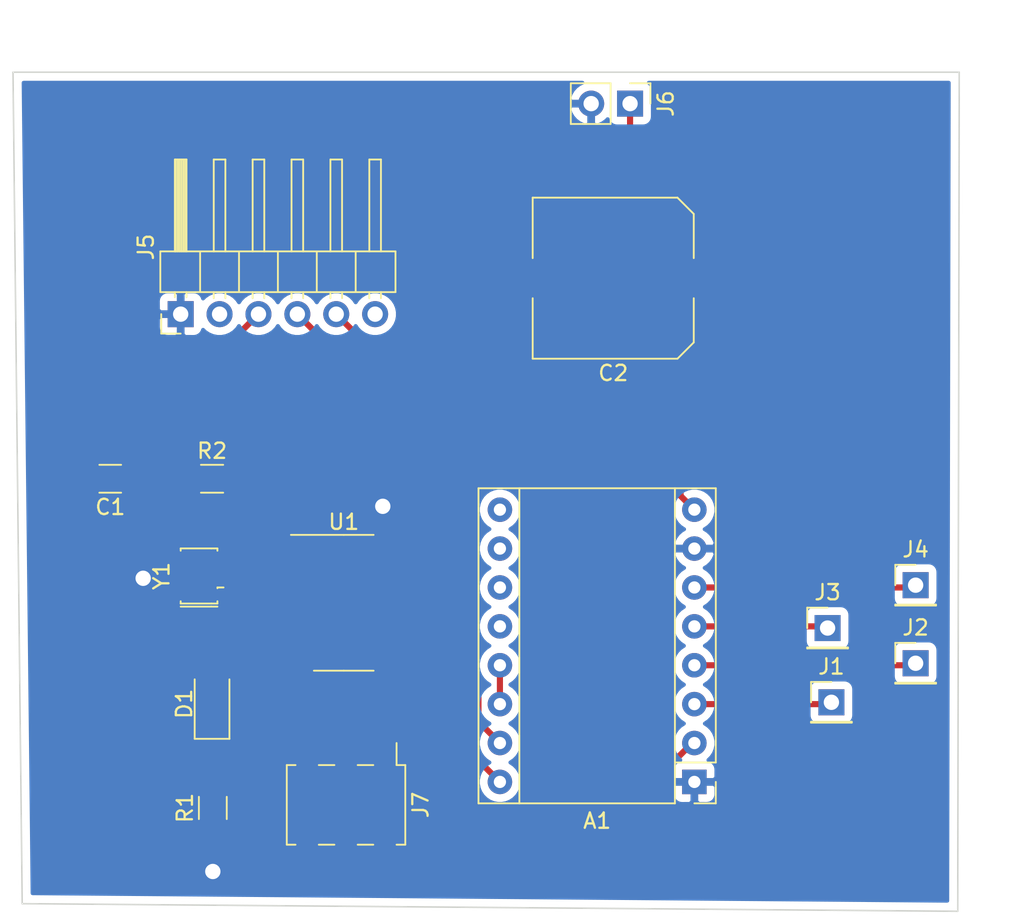
<source format=kicad_pcb>
(kicad_pcb (version 20171130) (host pcbnew "(5.1.9-0-10_14)")

  (general
    (thickness 1.6)
    (drawings 4)
    (tracks 89)
    (zones 0)
    (modules 15)
    (nets 28)
  )

  (page A4)
  (layers
    (0 F.Cu signal)
    (31 B.Cu signal)
    (32 B.Adhes user)
    (33 F.Adhes user)
    (34 B.Paste user)
    (35 F.Paste user)
    (36 B.SilkS user)
    (37 F.SilkS user)
    (38 B.Mask user)
    (39 F.Mask user)
    (40 Dwgs.User user)
    (41 Cmts.User user)
    (42 Eco1.User user)
    (43 Eco2.User user)
    (44 Edge.Cuts user)
    (45 Margin user)
    (46 B.CrtYd user)
    (47 F.CrtYd user)
    (48 B.Fab user)
    (49 F.Fab user)
  )

  (setup
    (last_trace_width 0.4)
    (trace_clearance 0.4)
    (zone_clearance 0.508)
    (zone_45_only no)
    (trace_min 0.2)
    (via_size 1.5)
    (via_drill 1)
    (via_min_size 0.4)
    (via_min_drill 0.3)
    (uvia_size 0.3)
    (uvia_drill 0.1)
    (uvias_allowed no)
    (uvia_min_size 0.2)
    (uvia_min_drill 0.1)
    (edge_width 0.05)
    (segment_width 0.2)
    (pcb_text_width 0.3)
    (pcb_text_size 1.5 1.5)
    (mod_edge_width 0.12)
    (mod_text_size 1 1)
    (mod_text_width 0.15)
    (pad_size 1.524 1.524)
    (pad_drill 0.762)
    (pad_to_mask_clearance 0)
    (aux_axis_origin 0 0)
    (visible_elements FFFFFF7F)
    (pcbplotparams
      (layerselection 0x01000_ffffffff)
      (usegerberextensions false)
      (usegerberattributes true)
      (usegerberadvancedattributes true)
      (creategerberjobfile true)
      (excludeedgelayer true)
      (linewidth 0.100000)
      (plotframeref false)
      (viasonmask false)
      (mode 1)
      (useauxorigin false)
      (hpglpennumber 1)
      (hpglpenspeed 20)
      (hpglpendiameter 15.000000)
      (psnegative false)
      (psa4output false)
      (plotreference true)
      (plotvalue true)
      (plotinvisibletext false)
      (padsonsilk false)
      (subtractmaskfromsilk false)
      (outputformat 1)
      (mirror false)
      (drillshape 0)
      (scaleselection 1)
      (outputdirectory ""))
  )

  (net 0 "")
  (net 1 GND)
  (net 2 "Net-(A1-Pad9)")
  (net 3 VCC)
  (net 4 "Net-(A1-Pad10)")
  (net 5 "Net-(A1-Pad3)")
  (net 6 "Net-(A1-Pad11)")
  (net 7 "Net-(A1-Pad4)")
  (net 8 "Net-(A1-Pad12)")
  (net 9 "Net-(A1-Pad5)")
  (net 10 "Net-(A1-Pad13)")
  (net 11 "Net-(A1-Pad6)")
  (net 12 "Net-(A1-Pad15)")
  (net 13 +12V)
  (net 14 "Net-(A1-Pad16)")
  (net 15 "Net-(D1-Pad1)")
  (net 16 "Net-(D1-Pad2)")
  (net 17 /CTS)
  (net 18 /TX)
  (net 19 /RX)
  (net 20 /RTS)
  (net 21 /MISO)
  (net 22 /SCK)
  (net 23 /MOSI)
  (net 24 /RESET)
  (net 25 "Net-(U1-Pad2)")
  (net 26 "Net-(U1-Pad3)")
  (net 27 "Net-(U1-Pad5)")

  (net_class Default "This is the default net class."
    (clearance 0.4)
    (trace_width 0.4)
    (via_dia 1.5)
    (via_drill 1)
    (uvia_dia 0.3)
    (uvia_drill 0.1)
    (add_net +12V)
    (add_net /CTS)
    (add_net /MISO)
    (add_net /MOSI)
    (add_net /RESET)
    (add_net /RTS)
    (add_net /RX)
    (add_net /SCK)
    (add_net /TX)
    (add_net GND)
    (add_net "Net-(A1-Pad10)")
    (add_net "Net-(A1-Pad11)")
    (add_net "Net-(A1-Pad12)")
    (add_net "Net-(A1-Pad13)")
    (add_net "Net-(A1-Pad15)")
    (add_net "Net-(A1-Pad16)")
    (add_net "Net-(A1-Pad3)")
    (add_net "Net-(A1-Pad4)")
    (add_net "Net-(A1-Pad5)")
    (add_net "Net-(A1-Pad6)")
    (add_net "Net-(A1-Pad9)")
    (add_net "Net-(D1-Pad1)")
    (add_net "Net-(D1-Pad2)")
    (add_net "Net-(U1-Pad2)")
    (add_net "Net-(U1-Pad3)")
    (add_net "Net-(U1-Pad5)")
    (add_net VCC)
  )

  (module Module:Pololu_Breakout-16_15.2x20.3mm (layer F.Cu) (tedit 58AB602C) (tstamp 61A9A617)
    (at 123.5 60.3 180)
    (descr "Pololu Breakout 16-pin 15.2x20.3mm 0.6x0.8\\")
    (tags "Pololu Breakout")
    (path /6199B665)
    (fp_text reference A1 (at 6.35 -2.54) (layer F.SilkS)
      (effects (font (size 1 1) (thickness 0.15)))
    )
    (fp_text value Pololu_Breakout_A4988 (at 6.35 20.17) (layer F.Fab)
      (effects (font (size 1 1) (thickness 0.15)))
    )
    (fp_line (start 14.21 19.3) (end -1.53 19.3) (layer F.CrtYd) (width 0.05))
    (fp_line (start 14.21 19.3) (end 14.21 -1.52) (layer F.CrtYd) (width 0.05))
    (fp_line (start -1.53 -1.52) (end -1.53 19.3) (layer F.CrtYd) (width 0.05))
    (fp_line (start -1.53 -1.52) (end 14.21 -1.52) (layer F.CrtYd) (width 0.05))
    (fp_line (start -1.27 19.05) (end -1.27 0) (layer F.Fab) (width 0.1))
    (fp_line (start 13.97 19.05) (end -1.27 19.05) (layer F.Fab) (width 0.1))
    (fp_line (start 13.97 -1.27) (end 13.97 19.05) (layer F.Fab) (width 0.1))
    (fp_line (start 0 -1.27) (end 13.97 -1.27) (layer F.Fab) (width 0.1))
    (fp_line (start -1.27 0) (end 0 -1.27) (layer F.Fab) (width 0.1))
    (fp_line (start 14.1 -1.4) (end 1.27 -1.4) (layer F.SilkS) (width 0.12))
    (fp_line (start 14.1 19.18) (end 14.1 -1.4) (layer F.SilkS) (width 0.12))
    (fp_line (start -1.4 19.18) (end 14.1 19.18) (layer F.SilkS) (width 0.12))
    (fp_line (start -1.4 1.27) (end -1.4 19.18) (layer F.SilkS) (width 0.12))
    (fp_line (start 1.27 1.27) (end -1.4 1.27) (layer F.SilkS) (width 0.12))
    (fp_line (start 1.27 -1.4) (end 1.27 1.27) (layer F.SilkS) (width 0.12))
    (fp_line (start -1.4 -1.4) (end -1.4 0) (layer F.SilkS) (width 0.12))
    (fp_line (start 0 -1.4) (end -1.4 -1.4) (layer F.SilkS) (width 0.12))
    (fp_line (start 1.27 1.27) (end 1.27 19.18) (layer F.SilkS) (width 0.12))
    (fp_line (start 11.43 -1.4) (end 11.43 19.18) (layer F.SilkS) (width 0.12))
    (fp_text user %R (at 6.35 0) (layer F.Fab)
      (effects (font (size 1 1) (thickness 0.15)))
    )
    (pad 1 thru_hole rect (at 0 0 180) (size 1.6 1.6) (drill 0.8) (layers *.Cu *.Mask)
      (net 1 GND))
    (pad 9 thru_hole oval (at 12.7 17.78 180) (size 1.6 1.6) (drill 0.8) (layers *.Cu *.Mask)
      (net 2 "Net-(A1-Pad9)"))
    (pad 2 thru_hole oval (at 0 2.54 180) (size 1.6 1.6) (drill 0.8) (layers *.Cu *.Mask)
      (net 3 VCC))
    (pad 10 thru_hole oval (at 12.7 15.24 180) (size 1.6 1.6) (drill 0.8) (layers *.Cu *.Mask)
      (net 4 "Net-(A1-Pad10)"))
    (pad 3 thru_hole oval (at 0 5.08 180) (size 1.6 1.6) (drill 0.8) (layers *.Cu *.Mask)
      (net 5 "Net-(A1-Pad3)"))
    (pad 11 thru_hole oval (at 12.7 12.7 180) (size 1.6 1.6) (drill 0.8) (layers *.Cu *.Mask)
      (net 6 "Net-(A1-Pad11)"))
    (pad 4 thru_hole oval (at 0 7.62 180) (size 1.6 1.6) (drill 0.8) (layers *.Cu *.Mask)
      (net 7 "Net-(A1-Pad4)"))
    (pad 12 thru_hole oval (at 12.7 10.16 180) (size 1.6 1.6) (drill 0.8) (layers *.Cu *.Mask)
      (net 8 "Net-(A1-Pad12)"))
    (pad 5 thru_hole oval (at 0 10.16 180) (size 1.6 1.6) (drill 0.8) (layers *.Cu *.Mask)
      (net 9 "Net-(A1-Pad5)"))
    (pad 13 thru_hole oval (at 12.7 7.62 180) (size 1.6 1.6) (drill 0.8) (layers *.Cu *.Mask)
      (net 10 "Net-(A1-Pad13)"))
    (pad 6 thru_hole oval (at 0 12.7 180) (size 1.6 1.6) (drill 0.8) (layers *.Cu *.Mask)
      (net 11 "Net-(A1-Pad6)"))
    (pad 14 thru_hole oval (at 12.7 5.08 180) (size 1.6 1.6) (drill 0.8) (layers *.Cu *.Mask)
      (net 10 "Net-(A1-Pad13)"))
    (pad 7 thru_hole oval (at 0 15.24 180) (size 1.6 1.6) (drill 0.8) (layers *.Cu *.Mask)
      (net 1 GND))
    (pad 15 thru_hole oval (at 12.7 2.54 180) (size 1.6 1.6) (drill 0.8) (layers *.Cu *.Mask)
      (net 12 "Net-(A1-Pad15)"))
    (pad 8 thru_hole oval (at 0 17.78 180) (size 1.6 1.6) (drill 0.8) (layers *.Cu *.Mask)
      (net 13 +12V))
    (pad 16 thru_hole oval (at 12.7 0 180) (size 1.6 1.6) (drill 0.8) (layers *.Cu *.Mask)
      (net 14 "Net-(A1-Pad16)"))
    (model ${KISYS3DMOD}/Module.3dshapes/Pololu_Breakout-16_15.2x20.3mm.wrl
      (at (xyz 0 0 0))
      (scale (xyz 1 1 1))
      (rotate (xyz 0 0 0))
    )
  )

  (module Capacitor_SMD:C_1206_3216Metric (layer F.Cu) (tedit 5F68FEEE) (tstamp 61A9A628)
    (at 85.35 40.5 180)
    (descr "Capacitor SMD 1206 (3216 Metric), square (rectangular) end terminal, IPC_7351 nominal, (Body size source: IPC-SM-782 page 76, https://www.pcb-3d.com/wordpress/wp-content/uploads/ipc-sm-782a_amendment_1_and_2.pdf), generated with kicad-footprint-generator")
    (tags capacitor)
    (path /61A43935)
    (attr smd)
    (fp_text reference C1 (at 0 -1.85) (layer F.SilkS)
      (effects (font (size 1 1) (thickness 0.15)))
    )
    (fp_text value 0.1UF (at 0 1.85) (layer F.Fab)
      (effects (font (size 1 1) (thickness 0.15)))
    )
    (fp_line (start 2.3 1.15) (end -2.3 1.15) (layer F.CrtYd) (width 0.05))
    (fp_line (start 2.3 -1.15) (end 2.3 1.15) (layer F.CrtYd) (width 0.05))
    (fp_line (start -2.3 -1.15) (end 2.3 -1.15) (layer F.CrtYd) (width 0.05))
    (fp_line (start -2.3 1.15) (end -2.3 -1.15) (layer F.CrtYd) (width 0.05))
    (fp_line (start -0.711252 0.91) (end 0.711252 0.91) (layer F.SilkS) (width 0.12))
    (fp_line (start -0.711252 -0.91) (end 0.711252 -0.91) (layer F.SilkS) (width 0.12))
    (fp_line (start 1.6 0.8) (end -1.6 0.8) (layer F.Fab) (width 0.1))
    (fp_line (start 1.6 -0.8) (end 1.6 0.8) (layer F.Fab) (width 0.1))
    (fp_line (start -1.6 -0.8) (end 1.6 -0.8) (layer F.Fab) (width 0.1))
    (fp_line (start -1.6 0.8) (end -1.6 -0.8) (layer F.Fab) (width 0.1))
    (fp_text user %R (at 0 0) (layer F.Fab)
      (effects (font (size 0.8 0.8) (thickness 0.12)))
    )
    (pad 1 smd roundrect (at -1.475 0 180) (size 1.15 1.8) (layers F.Cu F.Paste F.Mask) (roundrect_rratio 0.2173904347826087)
      (net 3 VCC))
    (pad 2 smd roundrect (at 1.475 0 180) (size 1.15 1.8) (layers F.Cu F.Paste F.Mask) (roundrect_rratio 0.2173904347826087)
      (net 1 GND))
    (model ${KISYS3DMOD}/Capacitor_SMD.3dshapes/C_1206_3216Metric.wrl
      (at (xyz 0 0 0))
      (scale (xyz 1 1 1))
      (rotate (xyz 0 0 0))
    )
  )

  (module Capacitor_SMD:C_Elec_10x10.2 (layer F.Cu) (tedit 5BC8D926) (tstamp 61A9A64C)
    (at 118.2 27.4 180)
    (descr "SMD capacitor, aluminum electrolytic nonpolar, 10.0x10.2mm")
    (tags "capacitor electrolyic nonpolar")
    (path /61B53C18)
    (attr smd)
    (fp_text reference C2 (at 0 -6.2) (layer F.SilkS)
      (effects (font (size 1 1) (thickness 0.15)))
    )
    (fp_text value 100UF (at 0 6.2) (layer F.Fab)
      (effects (font (size 1 1) (thickness 0.15)))
    )
    (fp_line (start -6.95 1.3) (end -5.4 1.3) (layer F.CrtYd) (width 0.05))
    (fp_line (start -6.95 -1.3) (end -6.95 1.3) (layer F.CrtYd) (width 0.05))
    (fp_line (start -5.4 -1.3) (end -6.95 -1.3) (layer F.CrtYd) (width 0.05))
    (fp_line (start -5.4 1.3) (end -5.4 4.25) (layer F.CrtYd) (width 0.05))
    (fp_line (start -5.4 -4.25) (end -5.4 -1.3) (layer F.CrtYd) (width 0.05))
    (fp_line (start -5.4 -4.25) (end -4.25 -5.4) (layer F.CrtYd) (width 0.05))
    (fp_line (start -5.4 4.25) (end -4.25 5.4) (layer F.CrtYd) (width 0.05))
    (fp_line (start -4.25 -5.4) (end 5.4 -5.4) (layer F.CrtYd) (width 0.05))
    (fp_line (start -4.25 5.4) (end 5.4 5.4) (layer F.CrtYd) (width 0.05))
    (fp_line (start 5.4 1.3) (end 5.4 5.4) (layer F.CrtYd) (width 0.05))
    (fp_line (start 6.95 1.3) (end 5.4 1.3) (layer F.CrtYd) (width 0.05))
    (fp_line (start 6.95 -1.3) (end 6.95 1.3) (layer F.CrtYd) (width 0.05))
    (fp_line (start 5.4 -1.3) (end 6.95 -1.3) (layer F.CrtYd) (width 0.05))
    (fp_line (start 5.4 -5.4) (end 5.4 -1.3) (layer F.CrtYd) (width 0.05))
    (fp_line (start -5.26 4.195563) (end -4.195563 5.26) (layer F.SilkS) (width 0.12))
    (fp_line (start -5.26 -4.195563) (end -4.195563 -5.26) (layer F.SilkS) (width 0.12))
    (fp_line (start -5.26 -4.195563) (end -5.26 -1.31) (layer F.SilkS) (width 0.12))
    (fp_line (start -5.26 4.195563) (end -5.26 1.31) (layer F.SilkS) (width 0.12))
    (fp_line (start -4.195563 5.26) (end 5.26 5.26) (layer F.SilkS) (width 0.12))
    (fp_line (start -4.195563 -5.26) (end 5.26 -5.26) (layer F.SilkS) (width 0.12))
    (fp_line (start 5.26 -5.26) (end 5.26 -1.31) (layer F.SilkS) (width 0.12))
    (fp_line (start 5.26 5.26) (end 5.26 1.31) (layer F.SilkS) (width 0.12))
    (fp_line (start -5.15 4.15) (end -4.15 5.15) (layer F.Fab) (width 0.1))
    (fp_line (start -5.15 -4.15) (end -4.15 -5.15) (layer F.Fab) (width 0.1))
    (fp_line (start -5.15 -4.15) (end -5.15 4.15) (layer F.Fab) (width 0.1))
    (fp_line (start -4.15 5.15) (end 5.15 5.15) (layer F.Fab) (width 0.1))
    (fp_line (start -4.15 -5.15) (end 5.15 -5.15) (layer F.Fab) (width 0.1))
    (fp_line (start 5.15 -5.15) (end 5.15 5.15) (layer F.Fab) (width 0.1))
    (fp_circle (center 0 0) (end 5 0) (layer F.Fab) (width 0.1))
    (fp_text user %R (at 0 0) (layer F.Fab)
      (effects (font (size 1 1) (thickness 0.15)))
    )
    (pad 1 smd roundrect (at -4.4 0 180) (size 4.6 2.1) (layers F.Cu F.Paste F.Mask) (roundrect_rratio 0.1190471428571429)
      (net 13 +12V))
    (pad 2 smd roundrect (at 4.4 0 180) (size 4.6 2.1) (layers F.Cu F.Paste F.Mask) (roundrect_rratio 0.1190471428571429)
      (net 1 GND))
    (model ${KISYS3DMOD}/Capacitor_SMD.3dshapes/C_Elec_10x10.2.wrl
      (at (xyz 0 0 0))
      (scale (xyz 1 1 1))
      (rotate (xyz 0 0 0))
    )
  )

  (module LED_SMD:LED_1206_3216Metric (layer F.Cu) (tedit 5F68FEF1) (tstamp 61A9C0D0)
    (at 92 55.2 90)
    (descr "LED SMD 1206 (3216 Metric), square (rectangular) end terminal, IPC_7351 nominal, (Body size source: http://www.tortai-tech.com/upload/download/2011102023233369053.pdf), generated with kicad-footprint-generator")
    (tags LED)
    (path /61A6E403)
    (attr smd)
    (fp_text reference D1 (at 0 -1.82 90) (layer F.SilkS)
      (effects (font (size 1 1) (thickness 0.15)))
    )
    (fp_text value LED (at 0 1.82 90) (layer F.Fab)
      (effects (font (size 1 1) (thickness 0.15)))
    )
    (fp_line (start 2.28 1.12) (end -2.28 1.12) (layer F.CrtYd) (width 0.05))
    (fp_line (start 2.28 -1.12) (end 2.28 1.12) (layer F.CrtYd) (width 0.05))
    (fp_line (start -2.28 -1.12) (end 2.28 -1.12) (layer F.CrtYd) (width 0.05))
    (fp_line (start -2.28 1.12) (end -2.28 -1.12) (layer F.CrtYd) (width 0.05))
    (fp_line (start -2.285 1.135) (end 1.6 1.135) (layer F.SilkS) (width 0.12))
    (fp_line (start -2.285 -1.135) (end -2.285 1.135) (layer F.SilkS) (width 0.12))
    (fp_line (start 1.6 -1.135) (end -2.285 -1.135) (layer F.SilkS) (width 0.12))
    (fp_line (start 1.6 0.8) (end 1.6 -0.8) (layer F.Fab) (width 0.1))
    (fp_line (start -1.6 0.8) (end 1.6 0.8) (layer F.Fab) (width 0.1))
    (fp_line (start -1.6 -0.4) (end -1.6 0.8) (layer F.Fab) (width 0.1))
    (fp_line (start -1.2 -0.8) (end -1.6 -0.4) (layer F.Fab) (width 0.1))
    (fp_line (start 1.6 -0.8) (end -1.2 -0.8) (layer F.Fab) (width 0.1))
    (fp_text user %R (at 0 0 90) (layer F.Fab)
      (effects (font (size 0.8 0.8) (thickness 0.12)))
    )
    (pad 1 smd roundrect (at -1.4 0 90) (size 1.25 1.75) (layers F.Cu F.Paste F.Mask) (roundrect_rratio 0.2)
      (net 15 "Net-(D1-Pad1)"))
    (pad 2 smd roundrect (at 1.4 0 90) (size 1.25 1.75) (layers F.Cu F.Paste F.Mask) (roundrect_rratio 0.2)
      (net 16 "Net-(D1-Pad2)"))
    (model ${KISYS3DMOD}/LED_SMD.3dshapes/LED_1206_3216Metric.wrl
      (at (xyz 0 0 0))
      (scale (xyz 1 1 1))
      (rotate (xyz 0 0 0))
    )
  )

  (module Connector_PinHeader_2.54mm:PinHeader_1x01_P2.54mm_Vertical (layer F.Cu) (tedit 59FED5CC) (tstamp 61A9A674)
    (at 132.45 55.1)
    (descr "Through hole straight pin header, 1x01, 2.54mm pitch, single row")
    (tags "Through hole pin header THT 1x01 2.54mm single row")
    (path /619B0880)
    (fp_text reference J1 (at 0 -2.33) (layer F.SilkS)
      (effects (font (size 1 1) (thickness 0.15)))
    )
    (fp_text value Conn_01x01_Male (at 0 2.33) (layer F.Fab)
      (effects (font (size 1 1) (thickness 0.15)))
    )
    (fp_line (start 1.8 -1.8) (end -1.8 -1.8) (layer F.CrtYd) (width 0.05))
    (fp_line (start 1.8 1.8) (end 1.8 -1.8) (layer F.CrtYd) (width 0.05))
    (fp_line (start -1.8 1.8) (end 1.8 1.8) (layer F.CrtYd) (width 0.05))
    (fp_line (start -1.8 -1.8) (end -1.8 1.8) (layer F.CrtYd) (width 0.05))
    (fp_line (start -1.33 -1.33) (end 0 -1.33) (layer F.SilkS) (width 0.12))
    (fp_line (start -1.33 0) (end -1.33 -1.33) (layer F.SilkS) (width 0.12))
    (fp_line (start -1.33 1.27) (end 1.33 1.27) (layer F.SilkS) (width 0.12))
    (fp_line (start 1.33 1.27) (end 1.33 1.33) (layer F.SilkS) (width 0.12))
    (fp_line (start -1.33 1.27) (end -1.33 1.33) (layer F.SilkS) (width 0.12))
    (fp_line (start -1.33 1.33) (end 1.33 1.33) (layer F.SilkS) (width 0.12))
    (fp_line (start -1.27 -0.635) (end -0.635 -1.27) (layer F.Fab) (width 0.1))
    (fp_line (start -1.27 1.27) (end -1.27 -0.635) (layer F.Fab) (width 0.1))
    (fp_line (start 1.27 1.27) (end -1.27 1.27) (layer F.Fab) (width 0.1))
    (fp_line (start 1.27 -1.27) (end 1.27 1.27) (layer F.Fab) (width 0.1))
    (fp_line (start -0.635 -1.27) (end 1.27 -1.27) (layer F.Fab) (width 0.1))
    (fp_text user %R (at 0 0 90) (layer F.Fab)
      (effects (font (size 1 1) (thickness 0.15)))
    )
    (pad 1 thru_hole rect (at 0 0) (size 1.7 1.7) (drill 1) (layers *.Cu *.Mask)
      (net 5 "Net-(A1-Pad3)"))
    (model ${KISYS3DMOD}/Connector_PinHeader_2.54mm.3dshapes/PinHeader_1x01_P2.54mm_Vertical.wrl
      (at (xyz 0 0 0))
      (scale (xyz 1 1 1))
      (rotate (xyz 0 0 0))
    )
  )

  (module Connector_PinHeader_2.54mm:PinHeader_1x01_P2.54mm_Vertical (layer F.Cu) (tedit 59FED5CC) (tstamp 61A9A689)
    (at 137.95 52.55)
    (descr "Through hole straight pin header, 1x01, 2.54mm pitch, single row")
    (tags "Through hole pin header THT 1x01 2.54mm single row")
    (path /619B1409)
    (fp_text reference J2 (at 0 -2.33) (layer F.SilkS)
      (effects (font (size 1 1) (thickness 0.15)))
    )
    (fp_text value Conn_01x01_Male (at 0 2.33) (layer F.Fab)
      (effects (font (size 1 1) (thickness 0.15)))
    )
    (fp_line (start -0.635 -1.27) (end 1.27 -1.27) (layer F.Fab) (width 0.1))
    (fp_line (start 1.27 -1.27) (end 1.27 1.27) (layer F.Fab) (width 0.1))
    (fp_line (start 1.27 1.27) (end -1.27 1.27) (layer F.Fab) (width 0.1))
    (fp_line (start -1.27 1.27) (end -1.27 -0.635) (layer F.Fab) (width 0.1))
    (fp_line (start -1.27 -0.635) (end -0.635 -1.27) (layer F.Fab) (width 0.1))
    (fp_line (start -1.33 1.33) (end 1.33 1.33) (layer F.SilkS) (width 0.12))
    (fp_line (start -1.33 1.27) (end -1.33 1.33) (layer F.SilkS) (width 0.12))
    (fp_line (start 1.33 1.27) (end 1.33 1.33) (layer F.SilkS) (width 0.12))
    (fp_line (start -1.33 1.27) (end 1.33 1.27) (layer F.SilkS) (width 0.12))
    (fp_line (start -1.33 0) (end -1.33 -1.33) (layer F.SilkS) (width 0.12))
    (fp_line (start -1.33 -1.33) (end 0 -1.33) (layer F.SilkS) (width 0.12))
    (fp_line (start -1.8 -1.8) (end -1.8 1.8) (layer F.CrtYd) (width 0.05))
    (fp_line (start -1.8 1.8) (end 1.8 1.8) (layer F.CrtYd) (width 0.05))
    (fp_line (start 1.8 1.8) (end 1.8 -1.8) (layer F.CrtYd) (width 0.05))
    (fp_line (start 1.8 -1.8) (end -1.8 -1.8) (layer F.CrtYd) (width 0.05))
    (fp_text user %R (at 0 0 90) (layer F.Fab)
      (effects (font (size 1 1) (thickness 0.15)))
    )
    (pad 1 thru_hole rect (at 0 0) (size 1.7 1.7) (drill 1) (layers *.Cu *.Mask)
      (net 7 "Net-(A1-Pad4)"))
    (model ${KISYS3DMOD}/Connector_PinHeader_2.54mm.3dshapes/PinHeader_1x01_P2.54mm_Vertical.wrl
      (at (xyz 0 0 0))
      (scale (xyz 1 1 1))
      (rotate (xyz 0 0 0))
    )
  )

  (module Connector_PinHeader_2.54mm:PinHeader_1x01_P2.54mm_Vertical (layer F.Cu) (tedit 59FED5CC) (tstamp 61A9B8FC)
    (at 132.2 50.25)
    (descr "Through hole straight pin header, 1x01, 2.54mm pitch, single row")
    (tags "Through hole pin header THT 1x01 2.54mm single row")
    (path /619B18C2)
    (fp_text reference J3 (at 0 -2.33) (layer F.SilkS)
      (effects (font (size 1 1) (thickness 0.15)))
    )
    (fp_text value Conn_01x01_Male (at 0 2.33) (layer F.Fab)
      (effects (font (size 1 1) (thickness 0.15)))
    )
    (fp_line (start 1.8 -1.8) (end -1.8 -1.8) (layer F.CrtYd) (width 0.05))
    (fp_line (start 1.8 1.8) (end 1.8 -1.8) (layer F.CrtYd) (width 0.05))
    (fp_line (start -1.8 1.8) (end 1.8 1.8) (layer F.CrtYd) (width 0.05))
    (fp_line (start -1.8 -1.8) (end -1.8 1.8) (layer F.CrtYd) (width 0.05))
    (fp_line (start -1.33 -1.33) (end 0 -1.33) (layer F.SilkS) (width 0.12))
    (fp_line (start -1.33 0) (end -1.33 -1.33) (layer F.SilkS) (width 0.12))
    (fp_line (start -1.33 1.27) (end 1.33 1.27) (layer F.SilkS) (width 0.12))
    (fp_line (start 1.33 1.27) (end 1.33 1.33) (layer F.SilkS) (width 0.12))
    (fp_line (start -1.33 1.27) (end -1.33 1.33) (layer F.SilkS) (width 0.12))
    (fp_line (start -1.33 1.33) (end 1.33 1.33) (layer F.SilkS) (width 0.12))
    (fp_line (start -1.27 -0.635) (end -0.635 -1.27) (layer F.Fab) (width 0.1))
    (fp_line (start -1.27 1.27) (end -1.27 -0.635) (layer F.Fab) (width 0.1))
    (fp_line (start 1.27 1.27) (end -1.27 1.27) (layer F.Fab) (width 0.1))
    (fp_line (start 1.27 -1.27) (end 1.27 1.27) (layer F.Fab) (width 0.1))
    (fp_line (start -0.635 -1.27) (end 1.27 -1.27) (layer F.Fab) (width 0.1))
    (fp_text user %R (at 0 0 90) (layer F.Fab)
      (effects (font (size 1 1) (thickness 0.15)))
    )
    (pad 1 thru_hole rect (at 0 0) (size 1.7 1.7) (drill 1) (layers *.Cu *.Mask)
      (net 9 "Net-(A1-Pad5)"))
    (model ${KISYS3DMOD}/Connector_PinHeader_2.54mm.3dshapes/PinHeader_1x01_P2.54mm_Vertical.wrl
      (at (xyz 0 0 0))
      (scale (xyz 1 1 1))
      (rotate (xyz 0 0 0))
    )
  )

  (module Connector_PinHeader_2.54mm:PinHeader_1x01_P2.54mm_Vertical (layer F.Cu) (tedit 59FED5CC) (tstamp 61A9A6B3)
    (at 137.95 47.45)
    (descr "Through hole straight pin header, 1x01, 2.54mm pitch, single row")
    (tags "Through hole pin header THT 1x01 2.54mm single row")
    (path /619B1CA6)
    (fp_text reference J4 (at 0 -2.33) (layer F.SilkS)
      (effects (font (size 1 1) (thickness 0.15)))
    )
    (fp_text value Conn_01x01_Male (at 0 2.33) (layer F.Fab)
      (effects (font (size 1 1) (thickness 0.15)))
    )
    (fp_line (start -0.635 -1.27) (end 1.27 -1.27) (layer F.Fab) (width 0.1))
    (fp_line (start 1.27 -1.27) (end 1.27 1.27) (layer F.Fab) (width 0.1))
    (fp_line (start 1.27 1.27) (end -1.27 1.27) (layer F.Fab) (width 0.1))
    (fp_line (start -1.27 1.27) (end -1.27 -0.635) (layer F.Fab) (width 0.1))
    (fp_line (start -1.27 -0.635) (end -0.635 -1.27) (layer F.Fab) (width 0.1))
    (fp_line (start -1.33 1.33) (end 1.33 1.33) (layer F.SilkS) (width 0.12))
    (fp_line (start -1.33 1.27) (end -1.33 1.33) (layer F.SilkS) (width 0.12))
    (fp_line (start 1.33 1.27) (end 1.33 1.33) (layer F.SilkS) (width 0.12))
    (fp_line (start -1.33 1.27) (end 1.33 1.27) (layer F.SilkS) (width 0.12))
    (fp_line (start -1.33 0) (end -1.33 -1.33) (layer F.SilkS) (width 0.12))
    (fp_line (start -1.33 -1.33) (end 0 -1.33) (layer F.SilkS) (width 0.12))
    (fp_line (start -1.8 -1.8) (end -1.8 1.8) (layer F.CrtYd) (width 0.05))
    (fp_line (start -1.8 1.8) (end 1.8 1.8) (layer F.CrtYd) (width 0.05))
    (fp_line (start 1.8 1.8) (end 1.8 -1.8) (layer F.CrtYd) (width 0.05))
    (fp_line (start 1.8 -1.8) (end -1.8 -1.8) (layer F.CrtYd) (width 0.05))
    (fp_text user %R (at 0 0 90) (layer F.Fab)
      (effects (font (size 1 1) (thickness 0.15)))
    )
    (pad 1 thru_hole rect (at 0 0) (size 1.7 1.7) (drill 1) (layers *.Cu *.Mask)
      (net 11 "Net-(A1-Pad6)"))
    (model ${KISYS3DMOD}/Connector_PinHeader_2.54mm.3dshapes/PinHeader_1x01_P2.54mm_Vertical.wrl
      (at (xyz 0 0 0))
      (scale (xyz 1 1 1))
      (rotate (xyz 0 0 0))
    )
  )

  (module Connector_PinHeader_2.54mm:PinHeader_1x06_P2.54mm_Horizontal (layer F.Cu) (tedit 59FED5CB) (tstamp 61A9A71A)
    (at 89.95 29.75 90)
    (descr "Through hole angled pin header, 1x06, 2.54mm pitch, 6mm pin length, single row")
    (tags "Through hole angled pin header THT 1x06 2.54mm single row")
    (path /61A44543)
    (fp_text reference J5 (at 4.385 -2.27 90) (layer F.SilkS)
      (effects (font (size 1 1) (thickness 0.15)))
    )
    (fp_text value Conn_01x06_Male (at 4.385 14.97 90) (layer F.Fab)
      (effects (font (size 1 1) (thickness 0.15)))
    )
    (fp_line (start 10.55 -1.8) (end -1.8 -1.8) (layer F.CrtYd) (width 0.05))
    (fp_line (start 10.55 14.5) (end 10.55 -1.8) (layer F.CrtYd) (width 0.05))
    (fp_line (start -1.8 14.5) (end 10.55 14.5) (layer F.CrtYd) (width 0.05))
    (fp_line (start -1.8 -1.8) (end -1.8 14.5) (layer F.CrtYd) (width 0.05))
    (fp_line (start -1.27 -1.27) (end 0 -1.27) (layer F.SilkS) (width 0.12))
    (fp_line (start -1.27 0) (end -1.27 -1.27) (layer F.SilkS) (width 0.12))
    (fp_line (start 1.042929 13.08) (end 1.44 13.08) (layer F.SilkS) (width 0.12))
    (fp_line (start 1.042929 12.32) (end 1.44 12.32) (layer F.SilkS) (width 0.12))
    (fp_line (start 10.1 13.08) (end 4.1 13.08) (layer F.SilkS) (width 0.12))
    (fp_line (start 10.1 12.32) (end 10.1 13.08) (layer F.SilkS) (width 0.12))
    (fp_line (start 4.1 12.32) (end 10.1 12.32) (layer F.SilkS) (width 0.12))
    (fp_line (start 1.44 11.43) (end 4.1 11.43) (layer F.SilkS) (width 0.12))
    (fp_line (start 1.042929 10.54) (end 1.44 10.54) (layer F.SilkS) (width 0.12))
    (fp_line (start 1.042929 9.78) (end 1.44 9.78) (layer F.SilkS) (width 0.12))
    (fp_line (start 10.1 10.54) (end 4.1 10.54) (layer F.SilkS) (width 0.12))
    (fp_line (start 10.1 9.78) (end 10.1 10.54) (layer F.SilkS) (width 0.12))
    (fp_line (start 4.1 9.78) (end 10.1 9.78) (layer F.SilkS) (width 0.12))
    (fp_line (start 1.44 8.89) (end 4.1 8.89) (layer F.SilkS) (width 0.12))
    (fp_line (start 1.042929 8) (end 1.44 8) (layer F.SilkS) (width 0.12))
    (fp_line (start 1.042929 7.24) (end 1.44 7.24) (layer F.SilkS) (width 0.12))
    (fp_line (start 10.1 8) (end 4.1 8) (layer F.SilkS) (width 0.12))
    (fp_line (start 10.1 7.24) (end 10.1 8) (layer F.SilkS) (width 0.12))
    (fp_line (start 4.1 7.24) (end 10.1 7.24) (layer F.SilkS) (width 0.12))
    (fp_line (start 1.44 6.35) (end 4.1 6.35) (layer F.SilkS) (width 0.12))
    (fp_line (start 1.042929 5.46) (end 1.44 5.46) (layer F.SilkS) (width 0.12))
    (fp_line (start 1.042929 4.7) (end 1.44 4.7) (layer F.SilkS) (width 0.12))
    (fp_line (start 10.1 5.46) (end 4.1 5.46) (layer F.SilkS) (width 0.12))
    (fp_line (start 10.1 4.7) (end 10.1 5.46) (layer F.SilkS) (width 0.12))
    (fp_line (start 4.1 4.7) (end 10.1 4.7) (layer F.SilkS) (width 0.12))
    (fp_line (start 1.44 3.81) (end 4.1 3.81) (layer F.SilkS) (width 0.12))
    (fp_line (start 1.042929 2.92) (end 1.44 2.92) (layer F.SilkS) (width 0.12))
    (fp_line (start 1.042929 2.16) (end 1.44 2.16) (layer F.SilkS) (width 0.12))
    (fp_line (start 10.1 2.92) (end 4.1 2.92) (layer F.SilkS) (width 0.12))
    (fp_line (start 10.1 2.16) (end 10.1 2.92) (layer F.SilkS) (width 0.12))
    (fp_line (start 4.1 2.16) (end 10.1 2.16) (layer F.SilkS) (width 0.12))
    (fp_line (start 1.44 1.27) (end 4.1 1.27) (layer F.SilkS) (width 0.12))
    (fp_line (start 1.11 0.38) (end 1.44 0.38) (layer F.SilkS) (width 0.12))
    (fp_line (start 1.11 -0.38) (end 1.44 -0.38) (layer F.SilkS) (width 0.12))
    (fp_line (start 4.1 0.28) (end 10.1 0.28) (layer F.SilkS) (width 0.12))
    (fp_line (start 4.1 0.16) (end 10.1 0.16) (layer F.SilkS) (width 0.12))
    (fp_line (start 4.1 0.04) (end 10.1 0.04) (layer F.SilkS) (width 0.12))
    (fp_line (start 4.1 -0.08) (end 10.1 -0.08) (layer F.SilkS) (width 0.12))
    (fp_line (start 4.1 -0.2) (end 10.1 -0.2) (layer F.SilkS) (width 0.12))
    (fp_line (start 4.1 -0.32) (end 10.1 -0.32) (layer F.SilkS) (width 0.12))
    (fp_line (start 10.1 0.38) (end 4.1 0.38) (layer F.SilkS) (width 0.12))
    (fp_line (start 10.1 -0.38) (end 10.1 0.38) (layer F.SilkS) (width 0.12))
    (fp_line (start 4.1 -0.38) (end 10.1 -0.38) (layer F.SilkS) (width 0.12))
    (fp_line (start 4.1 -1.33) (end 1.44 -1.33) (layer F.SilkS) (width 0.12))
    (fp_line (start 4.1 14.03) (end 4.1 -1.33) (layer F.SilkS) (width 0.12))
    (fp_line (start 1.44 14.03) (end 4.1 14.03) (layer F.SilkS) (width 0.12))
    (fp_line (start 1.44 -1.33) (end 1.44 14.03) (layer F.SilkS) (width 0.12))
    (fp_line (start 4.04 13.02) (end 10.04 13.02) (layer F.Fab) (width 0.1))
    (fp_line (start 10.04 12.38) (end 10.04 13.02) (layer F.Fab) (width 0.1))
    (fp_line (start 4.04 12.38) (end 10.04 12.38) (layer F.Fab) (width 0.1))
    (fp_line (start -0.32 13.02) (end 1.5 13.02) (layer F.Fab) (width 0.1))
    (fp_line (start -0.32 12.38) (end -0.32 13.02) (layer F.Fab) (width 0.1))
    (fp_line (start -0.32 12.38) (end 1.5 12.38) (layer F.Fab) (width 0.1))
    (fp_line (start 4.04 10.48) (end 10.04 10.48) (layer F.Fab) (width 0.1))
    (fp_line (start 10.04 9.84) (end 10.04 10.48) (layer F.Fab) (width 0.1))
    (fp_line (start 4.04 9.84) (end 10.04 9.84) (layer F.Fab) (width 0.1))
    (fp_line (start -0.32 10.48) (end 1.5 10.48) (layer F.Fab) (width 0.1))
    (fp_line (start -0.32 9.84) (end -0.32 10.48) (layer F.Fab) (width 0.1))
    (fp_line (start -0.32 9.84) (end 1.5 9.84) (layer F.Fab) (width 0.1))
    (fp_line (start 4.04 7.94) (end 10.04 7.94) (layer F.Fab) (width 0.1))
    (fp_line (start 10.04 7.3) (end 10.04 7.94) (layer F.Fab) (width 0.1))
    (fp_line (start 4.04 7.3) (end 10.04 7.3) (layer F.Fab) (width 0.1))
    (fp_line (start -0.32 7.94) (end 1.5 7.94) (layer F.Fab) (width 0.1))
    (fp_line (start -0.32 7.3) (end -0.32 7.94) (layer F.Fab) (width 0.1))
    (fp_line (start -0.32 7.3) (end 1.5 7.3) (layer F.Fab) (width 0.1))
    (fp_line (start 4.04 5.4) (end 10.04 5.4) (layer F.Fab) (width 0.1))
    (fp_line (start 10.04 4.76) (end 10.04 5.4) (layer F.Fab) (width 0.1))
    (fp_line (start 4.04 4.76) (end 10.04 4.76) (layer F.Fab) (width 0.1))
    (fp_line (start -0.32 5.4) (end 1.5 5.4) (layer F.Fab) (width 0.1))
    (fp_line (start -0.32 4.76) (end -0.32 5.4) (layer F.Fab) (width 0.1))
    (fp_line (start -0.32 4.76) (end 1.5 4.76) (layer F.Fab) (width 0.1))
    (fp_line (start 4.04 2.86) (end 10.04 2.86) (layer F.Fab) (width 0.1))
    (fp_line (start 10.04 2.22) (end 10.04 2.86) (layer F.Fab) (width 0.1))
    (fp_line (start 4.04 2.22) (end 10.04 2.22) (layer F.Fab) (width 0.1))
    (fp_line (start -0.32 2.86) (end 1.5 2.86) (layer F.Fab) (width 0.1))
    (fp_line (start -0.32 2.22) (end -0.32 2.86) (layer F.Fab) (width 0.1))
    (fp_line (start -0.32 2.22) (end 1.5 2.22) (layer F.Fab) (width 0.1))
    (fp_line (start 4.04 0.32) (end 10.04 0.32) (layer F.Fab) (width 0.1))
    (fp_line (start 10.04 -0.32) (end 10.04 0.32) (layer F.Fab) (width 0.1))
    (fp_line (start 4.04 -0.32) (end 10.04 -0.32) (layer F.Fab) (width 0.1))
    (fp_line (start -0.32 0.32) (end 1.5 0.32) (layer F.Fab) (width 0.1))
    (fp_line (start -0.32 -0.32) (end -0.32 0.32) (layer F.Fab) (width 0.1))
    (fp_line (start -0.32 -0.32) (end 1.5 -0.32) (layer F.Fab) (width 0.1))
    (fp_line (start 1.5 -0.635) (end 2.135 -1.27) (layer F.Fab) (width 0.1))
    (fp_line (start 1.5 13.97) (end 1.5 -0.635) (layer F.Fab) (width 0.1))
    (fp_line (start 4.04 13.97) (end 1.5 13.97) (layer F.Fab) (width 0.1))
    (fp_line (start 4.04 -1.27) (end 4.04 13.97) (layer F.Fab) (width 0.1))
    (fp_line (start 2.135 -1.27) (end 4.04 -1.27) (layer F.Fab) (width 0.1))
    (fp_text user %R (at 2.77 6.35) (layer F.Fab)
      (effects (font (size 1 1) (thickness 0.15)))
    )
    (pad 1 thru_hole rect (at 0 0 90) (size 1.7 1.7) (drill 1) (layers *.Cu *.Mask)
      (net 1 GND))
    (pad 2 thru_hole oval (at 0 2.54 90) (size 1.7 1.7) (drill 1) (layers *.Cu *.Mask)
      (net 17 /CTS))
    (pad 3 thru_hole oval (at 0 5.08 90) (size 1.7 1.7) (drill 1) (layers *.Cu *.Mask)
      (net 3 VCC))
    (pad 4 thru_hole oval (at 0 7.62 90) (size 1.7 1.7) (drill 1) (layers *.Cu *.Mask)
      (net 18 /TX))
    (pad 5 thru_hole oval (at 0 10.16 90) (size 1.7 1.7) (drill 1) (layers *.Cu *.Mask)
      (net 19 /RX))
    (pad 6 thru_hole oval (at 0 12.7 90) (size 1.7 1.7) (drill 1) (layers *.Cu *.Mask)
      (net 20 /RTS))
    (model ${KISYS3DMOD}/Connector_PinHeader_2.54mm.3dshapes/PinHeader_1x06_P2.54mm_Horizontal.wrl
      (at (xyz 0 0 0))
      (scale (xyz 1 1 1))
      (rotate (xyz 0 0 0))
    )
  )

  (module Connector_PinHeader_2.54mm:PinHeader_1x02_P2.54mm_Vertical (layer F.Cu) (tedit 59FED5CC) (tstamp 61A9A730)
    (at 119.3 16 270)
    (descr "Through hole straight pin header, 1x02, 2.54mm pitch, single row")
    (tags "Through hole pin header THT 1x02 2.54mm single row")
    (path /61824F8C)
    (fp_text reference J6 (at 0 -2.33 90) (layer F.SilkS)
      (effects (font (size 1 1) (thickness 0.15)))
    )
    (fp_text value Conn_01x02_Male (at 0 4.87 90) (layer F.Fab)
      (effects (font (size 1 1) (thickness 0.15)))
    )
    (fp_line (start 1.8 -1.8) (end -1.8 -1.8) (layer F.CrtYd) (width 0.05))
    (fp_line (start 1.8 4.35) (end 1.8 -1.8) (layer F.CrtYd) (width 0.05))
    (fp_line (start -1.8 4.35) (end 1.8 4.35) (layer F.CrtYd) (width 0.05))
    (fp_line (start -1.8 -1.8) (end -1.8 4.35) (layer F.CrtYd) (width 0.05))
    (fp_line (start -1.33 -1.33) (end 0 -1.33) (layer F.SilkS) (width 0.12))
    (fp_line (start -1.33 0) (end -1.33 -1.33) (layer F.SilkS) (width 0.12))
    (fp_line (start -1.33 1.27) (end 1.33 1.27) (layer F.SilkS) (width 0.12))
    (fp_line (start 1.33 1.27) (end 1.33 3.87) (layer F.SilkS) (width 0.12))
    (fp_line (start -1.33 1.27) (end -1.33 3.87) (layer F.SilkS) (width 0.12))
    (fp_line (start -1.33 3.87) (end 1.33 3.87) (layer F.SilkS) (width 0.12))
    (fp_line (start -1.27 -0.635) (end -0.635 -1.27) (layer F.Fab) (width 0.1))
    (fp_line (start -1.27 3.81) (end -1.27 -0.635) (layer F.Fab) (width 0.1))
    (fp_line (start 1.27 3.81) (end -1.27 3.81) (layer F.Fab) (width 0.1))
    (fp_line (start 1.27 -1.27) (end 1.27 3.81) (layer F.Fab) (width 0.1))
    (fp_line (start -0.635 -1.27) (end 1.27 -1.27) (layer F.Fab) (width 0.1))
    (fp_text user %R (at 0 1.27) (layer F.Fab)
      (effects (font (size 1 1) (thickness 0.15)))
    )
    (pad 1 thru_hole rect (at 0 0 270) (size 1.7 1.7) (drill 1) (layers *.Cu *.Mask)
      (net 13 +12V))
    (pad 2 thru_hole oval (at 0 2.54 270) (size 1.7 1.7) (drill 1) (layers *.Cu *.Mask)
      (net 1 GND))
    (model ${KISYS3DMOD}/Connector_PinHeader_2.54mm.3dshapes/PinHeader_1x02_P2.54mm_Vertical.wrl
      (at (xyz 0 0 0))
      (scale (xyz 1 1 1))
      (rotate (xyz 0 0 0))
    )
  )

  (module Connector_PinHeader_2.54mm:PinHeader_2x03_P2.54mm_Vertical_SMD (layer F.Cu) (tedit 59FED5CC) (tstamp 61A9A761)
    (at 100.75 61.8 270)
    (descr "surface-mounted straight pin header, 2x03, 2.54mm pitch, double rows")
    (tags "Surface mounted pin header SMD 2x03 2.54mm double row")
    (path /61A4264C)
    (attr smd)
    (fp_text reference J7 (at 0 -4.87 90) (layer F.SilkS)
      (effects (font (size 1 1) (thickness 0.15)))
    )
    (fp_text value AVR-ISP-6 (at 0 4.87 90) (layer F.Fab)
      (effects (font (size 1 1) (thickness 0.15)))
    )
    (fp_line (start 5.9 -4.35) (end -5.9 -4.35) (layer F.CrtYd) (width 0.05))
    (fp_line (start 5.9 4.35) (end 5.9 -4.35) (layer F.CrtYd) (width 0.05))
    (fp_line (start -5.9 4.35) (end 5.9 4.35) (layer F.CrtYd) (width 0.05))
    (fp_line (start -5.9 -4.35) (end -5.9 4.35) (layer F.CrtYd) (width 0.05))
    (fp_line (start 2.6 0.76) (end 2.6 1.78) (layer F.SilkS) (width 0.12))
    (fp_line (start -2.6 0.76) (end -2.6 1.78) (layer F.SilkS) (width 0.12))
    (fp_line (start 2.6 -1.78) (end 2.6 -0.76) (layer F.SilkS) (width 0.12))
    (fp_line (start -2.6 -1.78) (end -2.6 -0.76) (layer F.SilkS) (width 0.12))
    (fp_line (start 2.6 3.3) (end 2.6 3.87) (layer F.SilkS) (width 0.12))
    (fp_line (start -2.6 3.3) (end -2.6 3.87) (layer F.SilkS) (width 0.12))
    (fp_line (start 2.6 -3.87) (end 2.6 -3.3) (layer F.SilkS) (width 0.12))
    (fp_line (start -2.6 -3.87) (end -2.6 -3.3) (layer F.SilkS) (width 0.12))
    (fp_line (start -4.04 -3.3) (end -2.6 -3.3) (layer F.SilkS) (width 0.12))
    (fp_line (start -2.6 3.87) (end 2.6 3.87) (layer F.SilkS) (width 0.12))
    (fp_line (start -2.6 -3.87) (end 2.6 -3.87) (layer F.SilkS) (width 0.12))
    (fp_line (start 3.6 2.86) (end 2.54 2.86) (layer F.Fab) (width 0.1))
    (fp_line (start 3.6 2.22) (end 3.6 2.86) (layer F.Fab) (width 0.1))
    (fp_line (start 2.54 2.22) (end 3.6 2.22) (layer F.Fab) (width 0.1))
    (fp_line (start -3.6 2.86) (end -2.54 2.86) (layer F.Fab) (width 0.1))
    (fp_line (start -3.6 2.22) (end -3.6 2.86) (layer F.Fab) (width 0.1))
    (fp_line (start -2.54 2.22) (end -3.6 2.22) (layer F.Fab) (width 0.1))
    (fp_line (start 3.6 0.32) (end 2.54 0.32) (layer F.Fab) (width 0.1))
    (fp_line (start 3.6 -0.32) (end 3.6 0.32) (layer F.Fab) (width 0.1))
    (fp_line (start 2.54 -0.32) (end 3.6 -0.32) (layer F.Fab) (width 0.1))
    (fp_line (start -3.6 0.32) (end -2.54 0.32) (layer F.Fab) (width 0.1))
    (fp_line (start -3.6 -0.32) (end -3.6 0.32) (layer F.Fab) (width 0.1))
    (fp_line (start -2.54 -0.32) (end -3.6 -0.32) (layer F.Fab) (width 0.1))
    (fp_line (start 3.6 -2.22) (end 2.54 -2.22) (layer F.Fab) (width 0.1))
    (fp_line (start 3.6 -2.86) (end 3.6 -2.22) (layer F.Fab) (width 0.1))
    (fp_line (start 2.54 -2.86) (end 3.6 -2.86) (layer F.Fab) (width 0.1))
    (fp_line (start -3.6 -2.22) (end -2.54 -2.22) (layer F.Fab) (width 0.1))
    (fp_line (start -3.6 -2.86) (end -3.6 -2.22) (layer F.Fab) (width 0.1))
    (fp_line (start -2.54 -2.86) (end -3.6 -2.86) (layer F.Fab) (width 0.1))
    (fp_line (start 2.54 -3.81) (end 2.54 3.81) (layer F.Fab) (width 0.1))
    (fp_line (start -2.54 -2.86) (end -1.59 -3.81) (layer F.Fab) (width 0.1))
    (fp_line (start -2.54 3.81) (end -2.54 -2.86) (layer F.Fab) (width 0.1))
    (fp_line (start -1.59 -3.81) (end 2.54 -3.81) (layer F.Fab) (width 0.1))
    (fp_line (start 2.54 3.81) (end -2.54 3.81) (layer F.Fab) (width 0.1))
    (fp_text user %R (at 0 0 90) (layer F.Fab)
      (effects (font (size 1 1) (thickness 0.15)))
    )
    (pad 1 smd rect (at -2.525 -2.54 270) (size 3.15 1) (layers F.Cu F.Paste F.Mask)
      (net 21 /MISO))
    (pad 2 smd rect (at 2.525 -2.54 270) (size 3.15 1) (layers F.Cu F.Paste F.Mask)
      (net 3 VCC))
    (pad 3 smd rect (at -2.525 0 270) (size 3.15 1) (layers F.Cu F.Paste F.Mask)
      (net 22 /SCK))
    (pad 4 smd rect (at 2.525 0 270) (size 3.15 1) (layers F.Cu F.Paste F.Mask)
      (net 23 /MOSI))
    (pad 5 smd rect (at -2.525 2.54 270) (size 3.15 1) (layers F.Cu F.Paste F.Mask)
      (net 24 /RESET))
    (pad 6 smd rect (at 2.525 2.54 270) (size 3.15 1) (layers F.Cu F.Paste F.Mask)
      (net 1 GND))
    (model ${KISYS3DMOD}/Connector_PinHeader_2.54mm.3dshapes/PinHeader_2x03_P2.54mm_Vertical_SMD.wrl
      (at (xyz 0 0 0))
      (scale (xyz 1 1 1))
      (rotate (xyz 0 0 0))
    )
  )

  (module Resistor_SMD:R_1206_3216Metric (layer F.Cu) (tedit 5F68FEEE) (tstamp 61A9A772)
    (at 92.05 62 90)
    (descr "Resistor SMD 1206 (3216 Metric), square (rectangular) end terminal, IPC_7351 nominal, (Body size source: IPC-SM-782 page 72, https://www.pcb-3d.com/wordpress/wp-content/uploads/ipc-sm-782a_amendment_1_and_2.pdf), generated with kicad-footprint-generator")
    (tags resistor)
    (path /61A71B88)
    (attr smd)
    (fp_text reference R1 (at 0 -1.82 90) (layer F.SilkS)
      (effects (font (size 1 1) (thickness 0.15)))
    )
    (fp_text value 1K (at 0 1.82 90) (layer F.Fab)
      (effects (font (size 1 1) (thickness 0.15)))
    )
    (fp_line (start -1.6 0.8) (end -1.6 -0.8) (layer F.Fab) (width 0.1))
    (fp_line (start -1.6 -0.8) (end 1.6 -0.8) (layer F.Fab) (width 0.1))
    (fp_line (start 1.6 -0.8) (end 1.6 0.8) (layer F.Fab) (width 0.1))
    (fp_line (start 1.6 0.8) (end -1.6 0.8) (layer F.Fab) (width 0.1))
    (fp_line (start -0.727064 -0.91) (end 0.727064 -0.91) (layer F.SilkS) (width 0.12))
    (fp_line (start -0.727064 0.91) (end 0.727064 0.91) (layer F.SilkS) (width 0.12))
    (fp_line (start -2.28 1.12) (end -2.28 -1.12) (layer F.CrtYd) (width 0.05))
    (fp_line (start -2.28 -1.12) (end 2.28 -1.12) (layer F.CrtYd) (width 0.05))
    (fp_line (start 2.28 -1.12) (end 2.28 1.12) (layer F.CrtYd) (width 0.05))
    (fp_line (start 2.28 1.12) (end -2.28 1.12) (layer F.CrtYd) (width 0.05))
    (fp_text user %R (at 0 0 270) (layer F.Fab)
      (effects (font (size 0.8 0.8) (thickness 0.12)))
    )
    (pad 2 smd roundrect (at 1.4625 0 90) (size 1.125 1.75) (layers F.Cu F.Paste F.Mask) (roundrect_rratio 0.2222204444444444)
      (net 15 "Net-(D1-Pad1)"))
    (pad 1 smd roundrect (at -1.4625 0 90) (size 1.125 1.75) (layers F.Cu F.Paste F.Mask) (roundrect_rratio 0.2222204444444444)
      (net 1 GND))
    (model ${KISYS3DMOD}/Resistor_SMD.3dshapes/R_1206_3216Metric.wrl
      (at (xyz 0 0 0))
      (scale (xyz 1 1 1))
      (rotate (xyz 0 0 0))
    )
  )

  (module Resistor_SMD:R_1206_3216Metric (layer F.Cu) (tedit 5F68FEEE) (tstamp 61A9A783)
    (at 92 40.5)
    (descr "Resistor SMD 1206 (3216 Metric), square (rectangular) end terminal, IPC_7351 nominal, (Body size source: IPC-SM-782 page 72, https://www.pcb-3d.com/wordpress/wp-content/uploads/ipc-sm-782a_amendment_1_and_2.pdf), generated with kicad-footprint-generator")
    (tags resistor)
    (path /61A42853)
    (attr smd)
    (fp_text reference R2 (at 0 -1.82) (layer F.SilkS)
      (effects (font (size 1 1) (thickness 0.15)))
    )
    (fp_text value 10K (at 0 1.82) (layer F.Fab)
      (effects (font (size 1 1) (thickness 0.15)))
    )
    (fp_line (start 2.28 1.12) (end -2.28 1.12) (layer F.CrtYd) (width 0.05))
    (fp_line (start 2.28 -1.12) (end 2.28 1.12) (layer F.CrtYd) (width 0.05))
    (fp_line (start -2.28 -1.12) (end 2.28 -1.12) (layer F.CrtYd) (width 0.05))
    (fp_line (start -2.28 1.12) (end -2.28 -1.12) (layer F.CrtYd) (width 0.05))
    (fp_line (start -0.727064 0.91) (end 0.727064 0.91) (layer F.SilkS) (width 0.12))
    (fp_line (start -0.727064 -0.91) (end 0.727064 -0.91) (layer F.SilkS) (width 0.12))
    (fp_line (start 1.6 0.8) (end -1.6 0.8) (layer F.Fab) (width 0.1))
    (fp_line (start 1.6 -0.8) (end 1.6 0.8) (layer F.Fab) (width 0.1))
    (fp_line (start -1.6 -0.8) (end 1.6 -0.8) (layer F.Fab) (width 0.1))
    (fp_line (start -1.6 0.8) (end -1.6 -0.8) (layer F.Fab) (width 0.1))
    (fp_text user %R (at 0 0) (layer F.Fab)
      (effects (font (size 0.8 0.8) (thickness 0.12)))
    )
    (pad 1 smd roundrect (at -1.4625 0) (size 1.125 1.75) (layers F.Cu F.Paste F.Mask) (roundrect_rratio 0.2222204444444444)
      (net 3 VCC))
    (pad 2 smd roundrect (at 1.4625 0) (size 1.125 1.75) (layers F.Cu F.Paste F.Mask) (roundrect_rratio 0.2222204444444444)
      (net 24 /RESET))
    (model ${KISYS3DMOD}/Resistor_SMD.3dshapes/R_1206_3216Metric.wrl
      (at (xyz 0 0 0))
      (scale (xyz 1 1 1))
      (rotate (xyz 0 0 0))
    )
  )

  (module Package_SO:SOIC-14_3.9x8.7mm_P1.27mm (layer F.Cu) (tedit 5D9F72B1) (tstamp 61A9A7A3)
    (at 100.6 48.6)
    (descr "SOIC, 14 Pin (JEDEC MS-012AB, https://www.analog.com/media/en/package-pcb-resources/package/pkg_pdf/soic_narrow-r/r_14.pdf), generated with kicad-footprint-generator ipc_gullwing_generator.py")
    (tags "SOIC SO")
    (path /618B6C0F)
    (attr smd)
    (fp_text reference U1 (at 0 -5.28) (layer F.SilkS)
      (effects (font (size 1 1) (thickness 0.15)))
    )
    (fp_text value ATtiny44A-SSU (at 0 5.28) (layer F.Fab)
      (effects (font (size 1 1) (thickness 0.15)))
    )
    (fp_line (start 3.7 -4.58) (end -3.7 -4.58) (layer F.CrtYd) (width 0.05))
    (fp_line (start 3.7 4.58) (end 3.7 -4.58) (layer F.CrtYd) (width 0.05))
    (fp_line (start -3.7 4.58) (end 3.7 4.58) (layer F.CrtYd) (width 0.05))
    (fp_line (start -3.7 -4.58) (end -3.7 4.58) (layer F.CrtYd) (width 0.05))
    (fp_line (start -1.95 -3.35) (end -0.975 -4.325) (layer F.Fab) (width 0.1))
    (fp_line (start -1.95 4.325) (end -1.95 -3.35) (layer F.Fab) (width 0.1))
    (fp_line (start 1.95 4.325) (end -1.95 4.325) (layer F.Fab) (width 0.1))
    (fp_line (start 1.95 -4.325) (end 1.95 4.325) (layer F.Fab) (width 0.1))
    (fp_line (start -0.975 -4.325) (end 1.95 -4.325) (layer F.Fab) (width 0.1))
    (fp_line (start 0 -4.435) (end -3.45 -4.435) (layer F.SilkS) (width 0.12))
    (fp_line (start 0 -4.435) (end 1.95 -4.435) (layer F.SilkS) (width 0.12))
    (fp_line (start 0 4.435) (end -1.95 4.435) (layer F.SilkS) (width 0.12))
    (fp_line (start 0 4.435) (end 1.95 4.435) (layer F.SilkS) (width 0.12))
    (fp_text user %R (at 0 0) (layer F.Fab)
      (effects (font (size 0.98 0.98) (thickness 0.15)))
    )
    (pad 1 smd roundrect (at -2.475 -3.81) (size 1.95 0.6) (layers F.Cu F.Paste F.Mask) (roundrect_rratio 0.25)
      (net 3 VCC))
    (pad 2 smd roundrect (at -2.475 -2.54) (size 1.95 0.6) (layers F.Cu F.Paste F.Mask) (roundrect_rratio 0.25)
      (net 25 "Net-(U1-Pad2)"))
    (pad 3 smd roundrect (at -2.475 -1.27) (size 1.95 0.6) (layers F.Cu F.Paste F.Mask) (roundrect_rratio 0.25)
      (net 26 "Net-(U1-Pad3)"))
    (pad 4 smd roundrect (at -2.475 0) (size 1.95 0.6) (layers F.Cu F.Paste F.Mask) (roundrect_rratio 0.25)
      (net 24 /RESET))
    (pad 5 smd roundrect (at -2.475 1.27) (size 1.95 0.6) (layers F.Cu F.Paste F.Mask) (roundrect_rratio 0.25)
      (net 27 "Net-(U1-Pad5)"))
    (pad 6 smd roundrect (at -2.475 2.54) (size 1.95 0.6) (layers F.Cu F.Paste F.Mask) (roundrect_rratio 0.25)
      (net 16 "Net-(D1-Pad2)"))
    (pad 7 smd roundrect (at -2.475 3.81) (size 1.95 0.6) (layers F.Cu F.Paste F.Mask) (roundrect_rratio 0.25)
      (net 23 /MOSI))
    (pad 8 smd roundrect (at 2.475 3.81) (size 1.95 0.6) (layers F.Cu F.Paste F.Mask) (roundrect_rratio 0.25)
      (net 21 /MISO))
    (pad 9 smd roundrect (at 2.475 2.54) (size 1.95 0.6) (layers F.Cu F.Paste F.Mask) (roundrect_rratio 0.25)
      (net 22 /SCK))
    (pad 10 smd roundrect (at 2.475 1.27) (size 1.95 0.6) (layers F.Cu F.Paste F.Mask) (roundrect_rratio 0.25)
      (net 14 "Net-(A1-Pad16)"))
    (pad 11 smd roundrect (at 2.475 0) (size 1.95 0.6) (layers F.Cu F.Paste F.Mask) (roundrect_rratio 0.25)
      (net 12 "Net-(A1-Pad15)"))
    (pad 12 smd roundrect (at 2.475 -1.27) (size 1.95 0.6) (layers F.Cu F.Paste F.Mask) (roundrect_rratio 0.25)
      (net 19 /RX))
    (pad 13 smd roundrect (at 2.475 -2.54) (size 1.95 0.6) (layers F.Cu F.Paste F.Mask) (roundrect_rratio 0.25)
      (net 18 /TX))
    (pad 14 smd roundrect (at 2.475 -3.81) (size 1.95 0.6) (layers F.Cu F.Paste F.Mask) (roundrect_rratio 0.25)
      (net 1 GND))
    (model ${KISYS3DMOD}/Package_SO.3dshapes/SOIC-14_3.9x8.7mm_P1.27mm.wrl
      (at (xyz 0 0 0))
      (scale (xyz 1 1 1))
      (rotate (xyz 0 0 0))
    )
  )

  (module Crystal:Resonator_SMD_muRata_CSTxExxV-3Pin_3.0x1.1mm_HandSoldering (layer F.Cu) (tedit 5AD3593B) (tstamp 61A9A7C0)
    (at 91.15 46.85 90)
    (descr "SMD Resomator/Filter Murata CSTCE, https://www.murata.com/en-eu/products/productdata/8801162264606/SPEC-CSTNE16M0VH3C000R0.pdf")
    (tags "SMD SMT ceramic resonator filter")
    (path /61A42CDD)
    (attr smd)
    (fp_text reference Y1 (at 0 -2.45 90) (layer F.SilkS)
      (effects (font (size 1 1) (thickness 0.15)))
    )
    (fp_text value Resonator (at 0 1.8 90) (layer F.Fab)
      (effects (font (size 0.2 0.2) (thickness 0.03)))
    )
    (fp_line (start 1.8 -1.2) (end 1.65 -1.2) (layer F.SilkS) (width 0.12))
    (fp_line (start 1.8 1.2) (end 1.65 1.2) (layer F.SilkS) (width 0.12))
    (fp_line (start -0.75 1.2) (end -0.8 1.2) (layer F.SilkS) (width 0.12))
    (fp_line (start -1.8 1.2) (end -1.65 1.2) (layer F.SilkS) (width 0.12))
    (fp_line (start -1.8 -1.2) (end -1.65 -1.2) (layer F.SilkS) (width 0.12))
    (fp_line (start -1.75 1.85) (end -1.75 -1.85) (layer F.CrtYd) (width 0.05))
    (fp_line (start 1.75 -1.85) (end 1.75 1.85) (layer F.CrtYd) (width 0.05))
    (fp_line (start -1.75 -1.85) (end 1.75 -1.85) (layer F.CrtYd) (width 0.05))
    (fp_line (start 1.75 1.85) (end -1.75 1.85) (layer F.CrtYd) (width 0.05))
    (fp_line (start -1.5 0.3) (end -1.5 -0.8) (layer F.Fab) (width 0.1))
    (fp_line (start -1 0.8) (end 1.5 0.8) (layer F.Fab) (width 0.1))
    (fp_line (start -1 0.8) (end -1.5 0.3) (layer F.Fab) (width 0.1))
    (fp_line (start 1.5 -0.8) (end -1.5 -0.8) (layer F.Fab) (width 0.1))
    (fp_line (start 1.5 0.8) (end 1.5 -0.8) (layer F.Fab) (width 0.1))
    (fp_line (start -2 0.8) (end -2 1.2) (layer F.SilkS) (width 0.12))
    (fp_line (start -1.8 0.8) (end -1.8 1.2) (layer F.SilkS) (width 0.12))
    (fp_line (start 1.8 0.8) (end 1.8 1.2) (layer F.SilkS) (width 0.12))
    (fp_line (start -2 -1.2) (end -2 0.8) (layer F.SilkS) (width 0.12))
    (fp_line (start -0.75 1.2) (end -0.75 1.6) (layer F.SilkS) (width 0.12))
    (fp_line (start -1.8 0.8) (end -1.8 -1.2) (layer F.SilkS) (width 0.12))
    (fp_line (start 1.8 -1.2) (end 1.8 0.8) (layer F.SilkS) (width 0.12))
    (fp_text user %R (at 0.1 -0.05 90) (layer F.Fab)
      (effects (font (size 0.6 0.6) (thickness 0.08)))
    )
    (pad 1 smd rect (at -1.2 0 90) (size 0.4 3.2) (layers F.Cu F.Paste F.Mask)
      (net 26 "Net-(U1-Pad3)"))
    (pad 2 smd rect (at 0 0 90) (size 0.4 3.2) (layers F.Cu F.Paste F.Mask)
      (net 1 GND))
    (pad 3 smd rect (at 1.2 0 90) (size 0.4 3.2) (layers F.Cu F.Paste F.Mask)
      (net 25 "Net-(U1-Pad2)"))
    (model ${KISYS3DMOD}/Crystal.3dshapes/Resonator_SMD_muRata_CSTxExxV-3Pin_3.0x1.1mm.wrl
      (at (xyz 0 0 0))
      (scale (xyz 1 1 1))
      (rotate (xyz 0 0 0))
    )
  )

  (gr_line (start 140.8 13.95) (end 140.7 68.75) (layer Edge.Cuts) (width 0.1))
  (gr_line (start 79 13.95) (end 140.8 13.95) (layer Edge.Cuts) (width 0.1))
  (gr_line (start 79.6 68.25) (end 79 13.95) (layer Edge.Cuts) (width 0.1))
  (gr_line (start 140.7 68.75) (end 79.6 68.25) (layer Edge.Cuts) (width 0.1))

  (segment (start 116.76 24.44) (end 113.8 27.4) (width 0.4) (layer F.Cu) (net 1))
  (segment (start 116.76 16) (end 116.76 24.44) (width 0.4) (layer F.Cu) (net 1))
  (via (at 92.05 66.15) (size 1.5) (drill 1) (layers F.Cu B.Cu) (net 1))
  (segment (start 92.05 63.4625) (end 92.05 66.15) (width 0.4) (layer F.Cu) (net 1))
  (segment (start 92.9125 64.325) (end 92.05 63.4625) (width 0.4) (layer F.Cu) (net 1))
  (segment (start 98.21 64.325) (end 92.9125 64.325) (width 0.4) (layer F.Cu) (net 1))
  (via (at 87.5 47) (size 1.5) (drill 1) (layers F.Cu B.Cu) (net 1))
  (segment (start 87.65 46.85) (end 87.5 47) (width 0.4) (layer F.Cu) (net 1))
  (segment (start 91.15 46.85) (end 87.65 46.85) (width 0.4) (layer F.Cu) (net 1))
  (segment (start 87.5 44.125) (end 83.875 40.5) (width 0.4) (layer F.Cu) (net 1))
  (segment (start 87.5 47) (end 87.5 44.125) (width 0.4) (layer F.Cu) (net 1))
  (via (at 103.15 42.3) (size 1.5) (drill 1) (layers F.Cu B.Cu) (net 1))
  (segment (start 103.15 44.715) (end 103.075 44.79) (width 0.4) (layer F.Cu) (net 1))
  (segment (start 103.15 42.3) (end 103.15 44.715) (width 0.4) (layer F.Cu) (net 1))
  (segment (start 86.825 40.5) (end 90.5375 40.5) (width 0.4) (layer F.Cu) (net 3))
  (segment (start 90.5375 34.2425) (end 95.03 29.75) (width 0.4) (layer F.Cu) (net 3))
  (segment (start 90.5375 40.5) (end 90.5375 34.2425) (width 0.4) (layer F.Cu) (net 3))
  (segment (start 94.8275 44.79) (end 98.125 44.79) (width 0.4) (layer F.Cu) (net 3))
  (segment (start 90.5375 40.5) (end 94.8275 44.79) (width 0.4) (layer F.Cu) (net 3))
  (segment (start 103.29 64.325) (end 103.29 66.3) (width 0.4) (layer F.Cu) (net 3))
  (segment (start 82.69999 58.797992) (end 82.69999 39.497912) (width 0.4) (layer F.Cu) (net 3))
  (segment (start 82.69999 39.497912) (end 87.947902 34.25) (width 0.4) (layer F.Cu) (net 3))
  (segment (start 103.29 66.3) (end 102.089999 67.500001) (width 0.4) (layer F.Cu) (net 3))
  (segment (start 102.089999 67.500001) (end 91.401999 67.500001) (width 0.4) (layer F.Cu) (net 3))
  (segment (start 91.401999 67.500001) (end 82.69999 58.797992) (width 0.4) (layer F.Cu) (net 3))
  (segment (start 90.53 34.25) (end 90.5375 34.2425) (width 0.4) (layer F.Cu) (net 3))
  (segment (start 87.947902 34.25) (end 90.53 34.25) (width 0.4) (layer F.Cu) (net 3))
  (segment (start 123.359998 57.76) (end 123.5 57.76) (width 0.4) (layer F.Cu) (net 3))
  (segment (start 116.794998 64.325) (end 123.359998 57.76) (width 0.4) (layer F.Cu) (net 3))
  (segment (start 103.29 64.325) (end 116.794998 64.325) (width 0.4) (layer F.Cu) (net 3))
  (segment (start 132.33 55.22) (end 132.45 55.1) (width 0.4) (layer F.Cu) (net 5))
  (segment (start 123.5 55.22) (end 132.33 55.22) (width 0.4) (layer F.Cu) (net 5))
  (segment (start 137.82 52.68) (end 137.95 52.55) (width 0.4) (layer F.Cu) (net 7))
  (segment (start 123.5 52.68) (end 137.82 52.68) (width 0.4) (layer F.Cu) (net 7))
  (segment (start 132.09 50.14) (end 132.2 50.25) (width 0.4) (layer F.Cu) (net 9))
  (segment (start 123.5 50.14) (end 132.09 50.14) (width 0.4) (layer F.Cu) (net 9))
  (segment (start 110.8 52.68) (end 110.8 55.22) (width 0.4) (layer F.Cu) (net 10))
  (segment (start 137.8 47.6) (end 137.95 47.45) (width 0.4) (layer F.Cu) (net 11))
  (segment (start 123.5 47.6) (end 137.8 47.6) (width 0.4) (layer F.Cu) (net 11))
  (segment (start 104.05 48.6) (end 103.075 48.6) (width 0.4) (layer F.Cu) (net 12))
  (segment (start 109.399999 53.949999) (end 104.05 48.6) (width 0.4) (layer F.Cu) (net 12))
  (segment (start 109.399999 56.359999) (end 109.399999 53.949999) (width 0.4) (layer F.Cu) (net 12))
  (segment (start 110.8 57.76) (end 109.399999 56.359999) (width 0.4) (layer F.Cu) (net 12))
  (segment (start 119.3 24.1) (end 122.6 27.4) (width 0.4) (layer F.Cu) (net 13))
  (segment (start 119.3 16) (end 119.3 24.1) (width 0.4) (layer F.Cu) (net 13))
  (segment (start 122.6 41.62) (end 123.5 42.52) (width 0.4) (layer F.Cu) (net 13))
  (segment (start 122.6 27.4) (end 122.6 41.62) (width 0.4) (layer F.Cu) (net 13))
  (segment (start 108.599989 54.419989) (end 108.599989 58.099989) (width 0.4) (layer F.Cu) (net 14))
  (segment (start 108.599989 58.099989) (end 110.8 60.3) (width 0.4) (layer F.Cu) (net 14))
  (segment (start 104.05 49.87) (end 108.599989 54.419989) (width 0.4) (layer F.Cu) (net 14))
  (segment (start 103.075 49.87) (end 104.05 49.87) (width 0.4) (layer F.Cu) (net 14))
  (segment (start 92 60.4875) (end 92.05 60.5375) (width 0.4) (layer F.Cu) (net 15))
  (segment (start 92 56.6) (end 92 60.4875) (width 0.4) (layer F.Cu) (net 15))
  (segment (start 94.66 51.14) (end 92 53.8) (width 0.4) (layer F.Cu) (net 16))
  (segment (start 98.125 51.14) (end 94.66 51.14) (width 0.4) (layer F.Cu) (net 16))
  (segment (start 101.49999 45.250666) (end 102.309324 46.06) (width 0.4) (layer F.Cu) (net 18))
  (segment (start 101.49999 33.67999) (end 101.49999 45.250666) (width 0.4) (layer F.Cu) (net 18))
  (segment (start 102.309324 46.06) (end 103.075 46.06) (width 0.4) (layer F.Cu) (net 18))
  (segment (start 97.57 29.75) (end 101.49999 33.67999) (width 0.4) (layer F.Cu) (net 18))
  (segment (start 103.840676 47.33) (end 103.075 47.33) (width 0.4) (layer F.Cu) (net 19))
  (segment (start 104.65001 46.520666) (end 103.840676 47.33) (width 0.4) (layer F.Cu) (net 19))
  (segment (start 104.65001 34.29001) (end 104.65001 46.520666) (width 0.4) (layer F.Cu) (net 19))
  (segment (start 100.11 29.75) (end 104.65001 34.29001) (width 0.4) (layer F.Cu) (net 19))
  (segment (start 103.29 52.625) (end 103.075 52.41) (width 0.4) (layer F.Cu) (net 21))
  (segment (start 103.29 59.275) (end 103.29 52.625) (width 0.4) (layer F.Cu) (net 21))
  (segment (start 102.1 51.14) (end 103.075 51.14) (width 0.4) (layer F.Cu) (net 22))
  (segment (start 100.75 52.49) (end 102.1 51.14) (width 0.4) (layer F.Cu) (net 22))
  (segment (start 100.75 59.275) (end 100.75 52.49) (width 0.4) (layer F.Cu) (net 22))
  (segment (start 97.109999 53.425001) (end 98.125 52.41) (width 0.4) (layer F.Cu) (net 23))
  (segment (start 97.109999 61.330001) (end 97.109999 53.425001) (width 0.4) (layer F.Cu) (net 23))
  (segment (start 97.229999 61.450001) (end 97.109999 61.330001) (width 0.4) (layer F.Cu) (net 23))
  (segment (start 99.850001 61.450001) (end 97.229999 61.450001) (width 0.4) (layer F.Cu) (net 23))
  (segment (start 100.75 62.35) (end 99.850001 61.450001) (width 0.4) (layer F.Cu) (net 23))
  (segment (start 100.75 64.325) (end 100.75 62.35) (width 0.4) (layer F.Cu) (net 23))
  (segment (start 99.70001 49.20001) (end 99.1 48.6) (width 0.4) (layer F.Cu) (net 24))
  (segment (start 99.70001 53.24999) (end 99.70001 49.20001) (width 0.4) (layer F.Cu) (net 24))
  (segment (start 98.21 54.74) (end 99.70001 53.24999) (width 0.4) (layer F.Cu) (net 24))
  (segment (start 98.21 59.275) (end 98.21 54.74) (width 0.4) (layer F.Cu) (net 24))
  (segment (start 99.1 48.6) (end 98.125 48.6) (width 0.4) (layer F.Cu) (net 24))
  (segment (start 99.70001 47.99999) (end 99.1 48.6) (width 0.4) (layer F.Cu) (net 24))
  (segment (start 99.70001 44.329334) (end 99.70001 47.99999) (width 0.4) (layer F.Cu) (net 24))
  (segment (start 95.870676 40.5) (end 99.70001 44.329334) (width 0.4) (layer F.Cu) (net 24))
  (segment (start 93.4625 40.5) (end 95.870676 40.5) (width 0.4) (layer F.Cu) (net 24))
  (segment (start 96.74 45.65) (end 91.15 45.65) (width 0.4) (layer F.Cu) (net 25))
  (segment (start 97.15 46.06) (end 96.74 45.65) (width 0.4) (layer F.Cu) (net 25))
  (segment (start 98.125 46.06) (end 97.15 46.06) (width 0.4) (layer F.Cu) (net 25))
  (segment (start 97.359324 47.33) (end 98.125 47.33) (width 0.4) (layer F.Cu) (net 26))
  (segment (start 96.639324 48.05) (end 97.359324 47.33) (width 0.4) (layer F.Cu) (net 26))
  (segment (start 91.15 48.05) (end 96.639324 48.05) (width 0.4) (layer F.Cu) (net 26))

  (zone (net 1) (net_name GND) (layer B.Cu) (tstamp 61AAA81F) (hatch edge 0.508)
    (connect_pads (clearance 0.508))
    (min_thickness 0.254)
    (fill yes (arc_segments 32) (thermal_gap 0.508) (thermal_bridge_width 0.508))
    (polygon
      (pts
        (xy 145.05 69.6) (xy 78.35 69.325) (xy 78.45 30.2) (xy 78.15 13.075) (xy 144.05 13.2)
      )
    )
    (filled_polygon
      (pts
        (xy 115.99308 14.728359) (xy 115.759731 14.902412) (xy 115.564822 15.118645) (xy 115.415843 15.368748) (xy 115.318519 15.643109)
        (xy 115.439186 15.873) (xy 116.633 15.873) (xy 116.633 15.853) (xy 116.887 15.853) (xy 116.887 15.873)
        (xy 116.907 15.873) (xy 116.907 16.127) (xy 116.887 16.127) (xy 116.887 17.320155) (xy 117.11689 17.441476)
        (xy 117.264099 17.396825) (xy 117.52692 17.271641) (xy 117.760269 17.097588) (xy 117.836034 17.013534) (xy 117.860498 17.09418)
        (xy 117.919463 17.204494) (xy 117.998815 17.301185) (xy 118.095506 17.380537) (xy 118.20582 17.439502) (xy 118.325518 17.475812)
        (xy 118.45 17.488072) (xy 120.15 17.488072) (xy 120.274482 17.475812) (xy 120.39418 17.439502) (xy 120.504494 17.380537)
        (xy 120.601185 17.301185) (xy 120.680537 17.204494) (xy 120.739502 17.09418) (xy 120.775812 16.974482) (xy 120.788072 16.85)
        (xy 120.788072 15.15) (xy 120.775812 15.025518) (xy 120.739502 14.90582) (xy 120.680537 14.795506) (xy 120.601185 14.698815)
        (xy 120.523426 14.635) (xy 140.113749 14.635) (xy 140.016259 68.059383) (xy 80.277533 67.570522) (xy 79.99917 42.378665)
        (xy 109.365 42.378665) (xy 109.365 42.661335) (xy 109.420147 42.938574) (xy 109.52832 43.199727) (xy 109.685363 43.434759)
        (xy 109.885241 43.634637) (xy 110.117759 43.79) (xy 109.885241 43.945363) (xy 109.685363 44.145241) (xy 109.52832 44.380273)
        (xy 109.420147 44.641426) (xy 109.365 44.918665) (xy 109.365 45.201335) (xy 109.420147 45.478574) (xy 109.52832 45.739727)
        (xy 109.685363 45.974759) (xy 109.885241 46.174637) (xy 110.117759 46.33) (xy 109.885241 46.485363) (xy 109.685363 46.685241)
        (xy 109.52832 46.920273) (xy 109.420147 47.181426) (xy 109.365 47.458665) (xy 109.365 47.741335) (xy 109.420147 48.018574)
        (xy 109.52832 48.279727) (xy 109.685363 48.514759) (xy 109.885241 48.714637) (xy 110.117759 48.87) (xy 109.885241 49.025363)
        (xy 109.685363 49.225241) (xy 109.52832 49.460273) (xy 109.420147 49.721426) (xy 109.365 49.998665) (xy 109.365 50.281335)
        (xy 109.420147 50.558574) (xy 109.52832 50.819727) (xy 109.685363 51.054759) (xy 109.885241 51.254637) (xy 110.117759 51.41)
        (xy 109.885241 51.565363) (xy 109.685363 51.765241) (xy 109.52832 52.000273) (xy 109.420147 52.261426) (xy 109.365 52.538665)
        (xy 109.365 52.821335) (xy 109.420147 53.098574) (xy 109.52832 53.359727) (xy 109.685363 53.594759) (xy 109.885241 53.794637)
        (xy 110.117759 53.95) (xy 109.885241 54.105363) (xy 109.685363 54.305241) (xy 109.52832 54.540273) (xy 109.420147 54.801426)
        (xy 109.365 55.078665) (xy 109.365 55.361335) (xy 109.420147 55.638574) (xy 109.52832 55.899727) (xy 109.685363 56.134759)
        (xy 109.885241 56.334637) (xy 110.117759 56.49) (xy 109.885241 56.645363) (xy 109.685363 56.845241) (xy 109.52832 57.080273)
        (xy 109.420147 57.341426) (xy 109.365 57.618665) (xy 109.365 57.901335) (xy 109.420147 58.178574) (xy 109.52832 58.439727)
        (xy 109.685363 58.674759) (xy 109.885241 58.874637) (xy 110.117759 59.03) (xy 109.885241 59.185363) (xy 109.685363 59.385241)
        (xy 109.52832 59.620273) (xy 109.420147 59.881426) (xy 109.365 60.158665) (xy 109.365 60.441335) (xy 109.420147 60.718574)
        (xy 109.52832 60.979727) (xy 109.685363 61.214759) (xy 109.885241 61.414637) (xy 110.120273 61.57168) (xy 110.381426 61.679853)
        (xy 110.658665 61.735) (xy 110.941335 61.735) (xy 111.218574 61.679853) (xy 111.479727 61.57168) (xy 111.714759 61.414637)
        (xy 111.914637 61.214759) (xy 111.991316 61.1) (xy 122.061928 61.1) (xy 122.074188 61.224482) (xy 122.110498 61.34418)
        (xy 122.169463 61.454494) (xy 122.248815 61.551185) (xy 122.345506 61.630537) (xy 122.45582 61.689502) (xy 122.575518 61.725812)
        (xy 122.7 61.738072) (xy 123.21425 61.735) (xy 123.373 61.57625) (xy 123.373 60.427) (xy 123.627 60.427)
        (xy 123.627 61.57625) (xy 123.78575 61.735) (xy 124.3 61.738072) (xy 124.424482 61.725812) (xy 124.54418 61.689502)
        (xy 124.654494 61.630537) (xy 124.751185 61.551185) (xy 124.830537 61.454494) (xy 124.889502 61.34418) (xy 124.925812 61.224482)
        (xy 124.938072 61.1) (xy 124.935 60.58575) (xy 124.77625 60.427) (xy 123.627 60.427) (xy 123.373 60.427)
        (xy 122.22375 60.427) (xy 122.065 60.58575) (xy 122.061928 61.1) (xy 111.991316 61.1) (xy 112.07168 60.979727)
        (xy 112.179853 60.718574) (xy 112.235 60.441335) (xy 112.235 60.158665) (xy 112.179853 59.881426) (xy 112.07168 59.620273)
        (xy 111.991317 59.5) (xy 122.061928 59.5) (xy 122.065 60.01425) (xy 122.22375 60.173) (xy 123.373 60.173)
        (xy 123.373 60.153) (xy 123.627 60.153) (xy 123.627 60.173) (xy 124.77625 60.173) (xy 124.935 60.01425)
        (xy 124.938072 59.5) (xy 124.925812 59.375518) (xy 124.889502 59.25582) (xy 124.830537 59.145506) (xy 124.751185 59.048815)
        (xy 124.654494 58.969463) (xy 124.54418 58.910498) (xy 124.424482 58.874188) (xy 124.416039 58.873357) (xy 124.614637 58.674759)
        (xy 124.77168 58.439727) (xy 124.879853 58.178574) (xy 124.935 57.901335) (xy 124.935 57.618665) (xy 124.879853 57.341426)
        (xy 124.77168 57.080273) (xy 124.614637 56.845241) (xy 124.414759 56.645363) (xy 124.182241 56.49) (xy 124.414759 56.334637)
        (xy 124.614637 56.134759) (xy 124.77168 55.899727) (xy 124.879853 55.638574) (xy 124.935 55.361335) (xy 124.935 55.078665)
        (xy 124.879853 54.801426) (xy 124.77168 54.540273) (xy 124.614637 54.305241) (xy 124.559396 54.25) (xy 130.961928 54.25)
        (xy 130.961928 55.95) (xy 130.974188 56.074482) (xy 131.010498 56.19418) (xy 131.069463 56.304494) (xy 131.148815 56.401185)
        (xy 131.245506 56.480537) (xy 131.35582 56.539502) (xy 131.475518 56.575812) (xy 131.6 56.588072) (xy 133.3 56.588072)
        (xy 133.424482 56.575812) (xy 133.54418 56.539502) (xy 133.654494 56.480537) (xy 133.751185 56.401185) (xy 133.830537 56.304494)
        (xy 133.889502 56.19418) (xy 133.925812 56.074482) (xy 133.938072 55.95) (xy 133.938072 54.25) (xy 133.925812 54.125518)
        (xy 133.889502 54.00582) (xy 133.830537 53.895506) (xy 133.751185 53.798815) (xy 133.654494 53.719463) (xy 133.54418 53.660498)
        (xy 133.424482 53.624188) (xy 133.3 53.611928) (xy 131.6 53.611928) (xy 131.475518 53.624188) (xy 131.35582 53.660498)
        (xy 131.245506 53.719463) (xy 131.148815 53.798815) (xy 131.069463 53.895506) (xy 131.010498 54.00582) (xy 130.974188 54.125518)
        (xy 130.961928 54.25) (xy 124.559396 54.25) (xy 124.414759 54.105363) (xy 124.182241 53.95) (xy 124.414759 53.794637)
        (xy 124.614637 53.594759) (xy 124.77168 53.359727) (xy 124.879853 53.098574) (xy 124.935 52.821335) (xy 124.935 52.538665)
        (xy 124.879853 52.261426) (xy 124.77168 52.000273) (xy 124.614637 51.765241) (xy 124.414759 51.565363) (xy 124.182241 51.41)
        (xy 124.414759 51.254637) (xy 124.614637 51.054759) (xy 124.77168 50.819727) (xy 124.879853 50.558574) (xy 124.935 50.281335)
        (xy 124.935 49.998665) (xy 124.879853 49.721426) (xy 124.77168 49.460273) (xy 124.731407 49.4) (xy 130.711928 49.4)
        (xy 130.711928 51.1) (xy 130.724188 51.224482) (xy 130.760498 51.34418) (xy 130.819463 51.454494) (xy 130.898815 51.551185)
        (xy 130.995506 51.630537) (xy 131.10582 51.689502) (xy 131.225518 51.725812) (xy 131.35 51.738072) (xy 133.05 51.738072)
        (xy 133.174482 51.725812) (xy 133.259572 51.7) (xy 136.461928 51.7) (xy 136.461928 53.4) (xy 136.474188 53.524482)
        (xy 136.510498 53.64418) (xy 136.569463 53.754494) (xy 136.648815 53.851185) (xy 136.745506 53.930537) (xy 136.85582 53.989502)
        (xy 136.975518 54.025812) (xy 137.1 54.038072) (xy 138.8 54.038072) (xy 138.924482 54.025812) (xy 139.04418 53.989502)
        (xy 139.154494 53.930537) (xy 139.251185 53.851185) (xy 139.330537 53.754494) (xy 139.389502 53.64418) (xy 139.425812 53.524482)
        (xy 139.438072 53.4) (xy 139.438072 51.7) (xy 139.425812 51.575518) (xy 139.389502 51.45582) (xy 139.330537 51.345506)
        (xy 139.251185 51.248815) (xy 139.154494 51.169463) (xy 139.04418 51.110498) (xy 138.924482 51.074188) (xy 138.8 51.061928)
        (xy 137.1 51.061928) (xy 136.975518 51.074188) (xy 136.85582 51.110498) (xy 136.745506 51.169463) (xy 136.648815 51.248815)
        (xy 136.569463 51.345506) (xy 136.510498 51.45582) (xy 136.474188 51.575518) (xy 136.461928 51.7) (xy 133.259572 51.7)
        (xy 133.29418 51.689502) (xy 133.404494 51.630537) (xy 133.501185 51.551185) (xy 133.580537 51.454494) (xy 133.639502 51.34418)
        (xy 133.675812 51.224482) (xy 133.688072 51.1) (xy 133.688072 49.4) (xy 133.675812 49.275518) (xy 133.639502 49.15582)
        (xy 133.580537 49.045506) (xy 133.501185 48.948815) (xy 133.404494 48.869463) (xy 133.29418 48.810498) (xy 133.174482 48.774188)
        (xy 133.05 48.761928) (xy 131.35 48.761928) (xy 131.225518 48.774188) (xy 131.10582 48.810498) (xy 130.995506 48.869463)
        (xy 130.898815 48.948815) (xy 130.819463 49.045506) (xy 130.760498 49.15582) (xy 130.724188 49.275518) (xy 130.711928 49.4)
        (xy 124.731407 49.4) (xy 124.614637 49.225241) (xy 124.414759 49.025363) (xy 124.182241 48.87) (xy 124.414759 48.714637)
        (xy 124.614637 48.514759) (xy 124.77168 48.279727) (xy 124.879853 48.018574) (xy 124.935 47.741335) (xy 124.935 47.458665)
        (xy 124.879853 47.181426) (xy 124.77168 46.920273) (xy 124.614637 46.685241) (xy 124.529396 46.6) (xy 136.461928 46.6)
        (xy 136.461928 48.3) (xy 136.474188 48.424482) (xy 136.510498 48.54418) (xy 136.569463 48.654494) (xy 136.648815 48.751185)
        (xy 136.745506 48.830537) (xy 136.85582 48.889502) (xy 136.975518 48.925812) (xy 137.1 48.938072) (xy 138.8 48.938072)
        (xy 138.924482 48.925812) (xy 139.04418 48.889502) (xy 139.154494 48.830537) (xy 139.251185 48.751185) (xy 139.330537 48.654494)
        (xy 139.389502 48.54418) (xy 139.425812 48.424482) (xy 139.438072 48.3) (xy 139.438072 46.6) (xy 139.425812 46.475518)
        (xy 139.389502 46.35582) (xy 139.330537 46.245506) (xy 139.251185 46.148815) (xy 139.154494 46.069463) (xy 139.04418 46.010498)
        (xy 138.924482 45.974188) (xy 138.8 45.961928) (xy 137.1 45.961928) (xy 136.975518 45.974188) (xy 136.85582 46.010498)
        (xy 136.745506 46.069463) (xy 136.648815 46.148815) (xy 136.569463 46.245506) (xy 136.510498 46.35582) (xy 136.474188 46.475518)
        (xy 136.461928 46.6) (xy 124.529396 46.6) (xy 124.414759 46.485363) (xy 124.179727 46.32832) (xy 124.169135 46.323933)
        (xy 124.355131 46.212385) (xy 124.563519 46.023414) (xy 124.731037 45.79742) (xy 124.851246 45.543087) (xy 124.891904 45.409039)
        (xy 124.769915 45.187) (xy 123.627 45.187) (xy 123.627 45.207) (xy 123.373 45.207) (xy 123.373 45.187)
        (xy 122.230085 45.187) (xy 122.108096 45.409039) (xy 122.148754 45.543087) (xy 122.268963 45.79742) (xy 122.436481 46.023414)
        (xy 122.644869 46.212385) (xy 122.830865 46.323933) (xy 122.820273 46.32832) (xy 122.585241 46.485363) (xy 122.385363 46.685241)
        (xy 122.22832 46.920273) (xy 122.120147 47.181426) (xy 122.065 47.458665) (xy 122.065 47.741335) (xy 122.120147 48.018574)
        (xy 122.22832 48.279727) (xy 122.385363 48.514759) (xy 122.585241 48.714637) (xy 122.817759 48.87) (xy 122.585241 49.025363)
        (xy 122.385363 49.225241) (xy 122.22832 49.460273) (xy 122.120147 49.721426) (xy 122.065 49.998665) (xy 122.065 50.281335)
        (xy 122.120147 50.558574) (xy 122.22832 50.819727) (xy 122.385363 51.054759) (xy 122.585241 51.254637) (xy 122.817759 51.41)
        (xy 122.585241 51.565363) (xy 122.385363 51.765241) (xy 122.22832 52.000273) (xy 122.120147 52.261426) (xy 122.065 52.538665)
        (xy 122.065 52.821335) (xy 122.120147 53.098574) (xy 122.22832 53.359727) (xy 122.385363 53.594759) (xy 122.585241 53.794637)
        (xy 122.817759 53.95) (xy 122.585241 54.105363) (xy 122.385363 54.305241) (xy 122.22832 54.540273) (xy 122.120147 54.801426)
        (xy 122.065 55.078665) (xy 122.065 55.361335) (xy 122.120147 55.638574) (xy 122.22832 55.899727) (xy 122.385363 56.134759)
        (xy 122.585241 56.334637) (xy 122.817759 56.49) (xy 122.585241 56.645363) (xy 122.385363 56.845241) (xy 122.22832 57.080273)
        (xy 122.120147 57.341426) (xy 122.065 57.618665) (xy 122.065 57.901335) (xy 122.120147 58.178574) (xy 122.22832 58.439727)
        (xy 122.385363 58.674759) (xy 122.583961 58.873357) (xy 122.575518 58.874188) (xy 122.45582 58.910498) (xy 122.345506 58.969463)
        (xy 122.248815 59.048815) (xy 122.169463 59.145506) (xy 122.110498 59.25582) (xy 122.074188 59.375518) (xy 122.061928 59.5)
        (xy 111.991317 59.5) (xy 111.914637 59.385241) (xy 111.714759 59.185363) (xy 111.482241 59.03) (xy 111.714759 58.874637)
        (xy 111.914637 58.674759) (xy 112.07168 58.439727) (xy 112.179853 58.178574) (xy 112.235 57.901335) (xy 112.235 57.618665)
        (xy 112.179853 57.341426) (xy 112.07168 57.080273) (xy 111.914637 56.845241) (xy 111.714759 56.645363) (xy 111.482241 56.49)
        (xy 111.714759 56.334637) (xy 111.914637 56.134759) (xy 112.07168 55.899727) (xy 112.179853 55.638574) (xy 112.235 55.361335)
        (xy 112.235 55.078665) (xy 112.179853 54.801426) (xy 112.07168 54.540273) (xy 111.914637 54.305241) (xy 111.714759 54.105363)
        (xy 111.482241 53.95) (xy 111.714759 53.794637) (xy 111.914637 53.594759) (xy 112.07168 53.359727) (xy 112.179853 53.098574)
        (xy 112.235 52.821335) (xy 112.235 52.538665) (xy 112.179853 52.261426) (xy 112.07168 52.000273) (xy 111.914637 51.765241)
        (xy 111.714759 51.565363) (xy 111.482241 51.41) (xy 111.714759 51.254637) (xy 111.914637 51.054759) (xy 112.07168 50.819727)
        (xy 112.179853 50.558574) (xy 112.235 50.281335) (xy 112.235 49.998665) (xy 112.179853 49.721426) (xy 112.07168 49.460273)
        (xy 111.914637 49.225241) (xy 111.714759 49.025363) (xy 111.482241 48.87) (xy 111.714759 48.714637) (xy 111.914637 48.514759)
        (xy 112.07168 48.279727) (xy 112.179853 48.018574) (xy 112.235 47.741335) (xy 112.235 47.458665) (xy 112.179853 47.181426)
        (xy 112.07168 46.920273) (xy 111.914637 46.685241) (xy 111.714759 46.485363) (xy 111.482241 46.33) (xy 111.714759 46.174637)
        (xy 111.914637 45.974759) (xy 112.07168 45.739727) (xy 112.179853 45.478574) (xy 112.235 45.201335) (xy 112.235 44.918665)
        (xy 112.179853 44.641426) (xy 112.07168 44.380273) (xy 111.914637 44.145241) (xy 111.714759 43.945363) (xy 111.482241 43.79)
        (xy 111.714759 43.634637) (xy 111.914637 43.434759) (xy 112.07168 43.199727) (xy 112.179853 42.938574) (xy 112.235 42.661335)
        (xy 112.235 42.378665) (xy 122.065 42.378665) (xy 122.065 42.661335) (xy 122.120147 42.938574) (xy 122.22832 43.199727)
        (xy 122.385363 43.434759) (xy 122.585241 43.634637) (xy 122.820273 43.79168) (xy 122.830865 43.796067) (xy 122.644869 43.907615)
        (xy 122.436481 44.096586) (xy 122.268963 44.32258) (xy 122.148754 44.576913) (xy 122.108096 44.710961) (xy 122.230085 44.933)
        (xy 123.373 44.933) (xy 123.373 44.913) (xy 123.627 44.913) (xy 123.627 44.933) (xy 124.769915 44.933)
        (xy 124.891904 44.710961) (xy 124.851246 44.576913) (xy 124.731037 44.32258) (xy 124.563519 44.096586) (xy 124.355131 43.907615)
        (xy 124.169135 43.796067) (xy 124.179727 43.79168) (xy 124.414759 43.634637) (xy 124.614637 43.434759) (xy 124.77168 43.199727)
        (xy 124.879853 42.938574) (xy 124.935 42.661335) (xy 124.935 42.378665) (xy 124.879853 42.101426) (xy 124.77168 41.840273)
        (xy 124.614637 41.605241) (xy 124.414759 41.405363) (xy 124.179727 41.24832) (xy 123.918574 41.140147) (xy 123.641335 41.085)
        (xy 123.358665 41.085) (xy 123.081426 41.140147) (xy 122.820273 41.24832) (xy 122.585241 41.405363) (xy 122.385363 41.605241)
        (xy 122.22832 41.840273) (xy 122.120147 42.101426) (xy 122.065 42.378665) (xy 112.235 42.378665) (xy 112.179853 42.101426)
        (xy 112.07168 41.840273) (xy 111.914637 41.605241) (xy 111.714759 41.405363) (xy 111.479727 41.24832) (xy 111.218574 41.140147)
        (xy 110.941335 41.085) (xy 110.658665 41.085) (xy 110.381426 41.140147) (xy 110.120273 41.24832) (xy 109.885241 41.405363)
        (xy 109.685363 41.605241) (xy 109.52832 41.840273) (xy 109.420147 42.101426) (xy 109.365 42.378665) (xy 79.99917 42.378665)
        (xy 79.869019 30.6) (xy 88.461928 30.6) (xy 88.474188 30.724482) (xy 88.510498 30.84418) (xy 88.569463 30.954494)
        (xy 88.648815 31.051185) (xy 88.745506 31.130537) (xy 88.85582 31.189502) (xy 88.975518 31.225812) (xy 89.1 31.238072)
        (xy 89.66425 31.235) (xy 89.823 31.07625) (xy 89.823 29.877) (xy 88.62375 29.877) (xy 88.465 30.03575)
        (xy 88.461928 30.6) (xy 79.869019 30.6) (xy 79.850235 28.9) (xy 88.461928 28.9) (xy 88.465 29.46425)
        (xy 88.62375 29.623) (xy 89.823 29.623) (xy 89.823 28.42375) (xy 90.077 28.42375) (xy 90.077 29.623)
        (xy 90.097 29.623) (xy 90.097 29.877) (xy 90.077 29.877) (xy 90.077 31.07625) (xy 90.23575 31.235)
        (xy 90.8 31.238072) (xy 90.924482 31.225812) (xy 91.04418 31.189502) (xy 91.154494 31.130537) (xy 91.251185 31.051185)
        (xy 91.330537 30.954494) (xy 91.389502 30.84418) (xy 91.411513 30.77162) (xy 91.543368 30.903475) (xy 91.786589 31.06599)
        (xy 92.056842 31.177932) (xy 92.34374 31.235) (xy 92.63626 31.235) (xy 92.923158 31.177932) (xy 93.193411 31.06599)
        (xy 93.436632 30.903475) (xy 93.643475 30.696632) (xy 93.76 30.52224) (xy 93.876525 30.696632) (xy 94.083368 30.903475)
        (xy 94.326589 31.06599) (xy 94.596842 31.177932) (xy 94.88374 31.235) (xy 95.17626 31.235) (xy 95.463158 31.177932)
        (xy 95.733411 31.06599) (xy 95.976632 30.903475) (xy 96.183475 30.696632) (xy 96.3 30.52224) (xy 96.416525 30.696632)
        (xy 96.623368 30.903475) (xy 96.866589 31.06599) (xy 97.136842 31.177932) (xy 97.42374 31.235) (xy 97.71626 31.235)
        (xy 98.003158 31.177932) (xy 98.273411 31.06599) (xy 98.516632 30.903475) (xy 98.723475 30.696632) (xy 98.84 30.52224)
        (xy 98.956525 30.696632) (xy 99.163368 30.903475) (xy 99.406589 31.06599) (xy 99.676842 31.177932) (xy 99.96374 31.235)
        (xy 100.25626 31.235) (xy 100.543158 31.177932) (xy 100.813411 31.06599) (xy 101.056632 30.903475) (xy 101.263475 30.696632)
        (xy 101.38 30.52224) (xy 101.496525 30.696632) (xy 101.703368 30.903475) (xy 101.946589 31.06599) (xy 102.216842 31.177932)
        (xy 102.50374 31.235) (xy 102.79626 31.235) (xy 103.083158 31.177932) (xy 103.353411 31.06599) (xy 103.596632 30.903475)
        (xy 103.803475 30.696632) (xy 103.96599 30.453411) (xy 104.077932 30.183158) (xy 104.135 29.89626) (xy 104.135 29.60374)
        (xy 104.077932 29.316842) (xy 103.96599 29.046589) (xy 103.803475 28.803368) (xy 103.596632 28.596525) (xy 103.353411 28.43401)
        (xy 103.083158 28.322068) (xy 102.79626 28.265) (xy 102.50374 28.265) (xy 102.216842 28.322068) (xy 101.946589 28.43401)
        (xy 101.703368 28.596525) (xy 101.496525 28.803368) (xy 101.38 28.97776) (xy 101.263475 28.803368) (xy 101.056632 28.596525)
        (xy 100.813411 28.43401) (xy 100.543158 28.322068) (xy 100.25626 28.265) (xy 99.96374 28.265) (xy 99.676842 28.322068)
        (xy 99.406589 28.43401) (xy 99.163368 28.596525) (xy 98.956525 28.803368) (xy 98.84 28.97776) (xy 98.723475 28.803368)
        (xy 98.516632 28.596525) (xy 98.273411 28.43401) (xy 98.003158 28.322068) (xy 97.71626 28.265) (xy 97.42374 28.265)
        (xy 97.136842 28.322068) (xy 96.866589 28.43401) (xy 96.623368 28.596525) (xy 96.416525 28.803368) (xy 96.3 28.97776)
        (xy 96.183475 28.803368) (xy 95.976632 28.596525) (xy 95.733411 28.43401) (xy 95.463158 28.322068) (xy 95.17626 28.265)
        (xy 94.88374 28.265) (xy 94.596842 28.322068) (xy 94.326589 28.43401) (xy 94.083368 28.596525) (xy 93.876525 28.803368)
        (xy 93.76 28.97776) (xy 93.643475 28.803368) (xy 93.436632 28.596525) (xy 93.193411 28.43401) (xy 92.923158 28.322068)
        (xy 92.63626 28.265) (xy 92.34374 28.265) (xy 92.056842 28.322068) (xy 91.786589 28.43401) (xy 91.543368 28.596525)
        (xy 91.411513 28.72838) (xy 91.389502 28.65582) (xy 91.330537 28.545506) (xy 91.251185 28.448815) (xy 91.154494 28.369463)
        (xy 91.04418 28.310498) (xy 90.924482 28.274188) (xy 90.8 28.261928) (xy 90.23575 28.265) (xy 90.077 28.42375)
        (xy 89.823 28.42375) (xy 89.66425 28.265) (xy 89.1 28.261928) (xy 88.975518 28.274188) (xy 88.85582 28.310498)
        (xy 88.745506 28.369463) (xy 88.648815 28.448815) (xy 88.569463 28.545506) (xy 88.510498 28.65582) (xy 88.474188 28.775518)
        (xy 88.461928 28.9) (xy 79.850235 28.9) (xy 79.711637 16.356891) (xy 115.318519 16.356891) (xy 115.415843 16.631252)
        (xy 115.564822 16.881355) (xy 115.759731 17.097588) (xy 115.99308 17.271641) (xy 116.255901 17.396825) (xy 116.40311 17.441476)
        (xy 116.633 17.320155) (xy 116.633 16.127) (xy 115.439186 16.127) (xy 115.318519 16.356891) (xy 79.711637 16.356891)
        (xy 79.69261 14.635) (xy 116.189085 14.635)
      )
    )
  )
)

</source>
